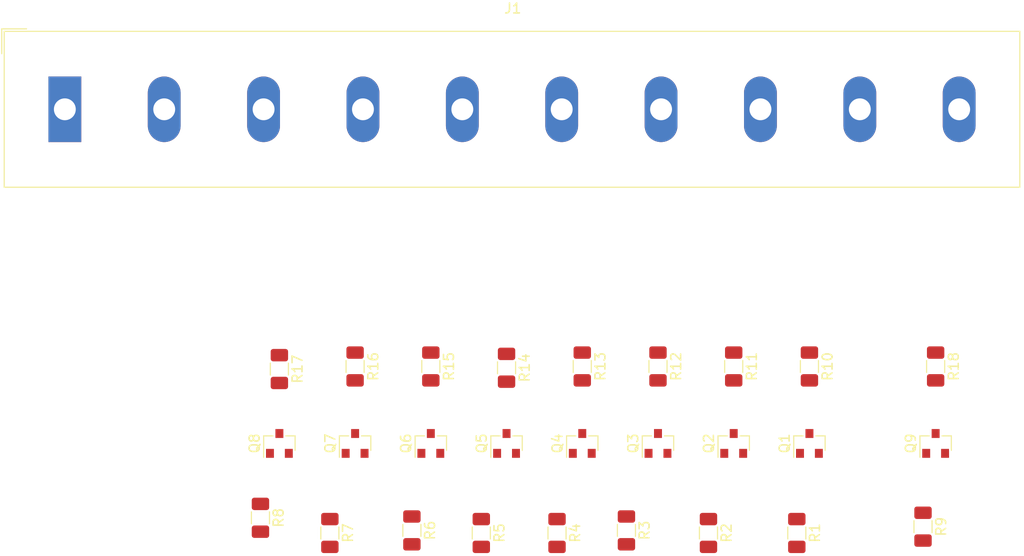
<source format=kicad_pcb>
(kicad_pcb (version 20171130) (host pcbnew 5.1.6-1.fc32)

  (general
    (thickness 1.6)
    (drawings 0)
    (tracks 0)
    (zones 0)
    (modules 28)
    (nets 39)
  )

  (page A4)
  (layers
    (0 F.Cu signal)
    (31 B.Cu signal)
    (32 B.Adhes user)
    (33 F.Adhes user)
    (34 B.Paste user)
    (35 F.Paste user)
    (36 B.SilkS user)
    (37 F.SilkS user)
    (38 B.Mask user)
    (39 F.Mask user)
    (40 Dwgs.User user)
    (41 Cmts.User user)
    (42 Eco1.User user)
    (43 Eco2.User user)
    (44 Edge.Cuts user)
    (45 Margin user)
    (46 B.CrtYd user)
    (47 F.CrtYd user)
    (48 B.Fab user)
    (49 F.Fab user)
  )

  (setup
    (last_trace_width 0.25)
    (trace_clearance 0.2)
    (zone_clearance 0.508)
    (zone_45_only no)
    (trace_min 0.2)
    (via_size 0.8)
    (via_drill 0.4)
    (via_min_size 0.4)
    (via_min_drill 0.3)
    (uvia_size 0.3)
    (uvia_drill 0.1)
    (uvias_allowed no)
    (uvia_min_size 0.2)
    (uvia_min_drill 0.1)
    (edge_width 0.05)
    (segment_width 0.2)
    (pcb_text_width 0.3)
    (pcb_text_size 1.5 1.5)
    (mod_edge_width 0.12)
    (mod_text_size 1 1)
    (mod_text_width 0.15)
    (pad_size 1.524 1.524)
    (pad_drill 0.762)
    (pad_to_mask_clearance 0.05)
    (aux_axis_origin 0 0)
    (visible_elements FFFFFF7F)
    (pcbplotparams
      (layerselection 0x010fc_ffffffff)
      (usegerberextensions false)
      (usegerberattributes true)
      (usegerberadvancedattributes true)
      (creategerberjobfile true)
      (excludeedgelayer true)
      (linewidth 0.100000)
      (plotframeref false)
      (viasonmask false)
      (mode 1)
      (useauxorigin false)
      (hpglpennumber 1)
      (hpglpenspeed 20)
      (hpglpendiameter 15.000000)
      (psnegative false)
      (psa4output false)
      (plotreference true)
      (plotvalue true)
      (plotinvisibletext false)
      (padsonsilk false)
      (subtractmaskfromsilk false)
      (outputformat 1)
      (mirror false)
      (drillshape 1)
      (scaleselection 1)
      (outputdirectory ""))
  )

  (net 0 "")
  (net 1 "Net-(J1-Pad10)")
  (net 2 "Net-(J1-Pad9)")
  (net 3 "Net-(J1-Pad8)")
  (net 4 "Net-(J1-Pad7)")
  (net 5 "Net-(J1-Pad6)")
  (net 6 "Net-(J1-Pad5)")
  (net 7 "Net-(J1-Pad4)")
  (net 8 "Net-(J1-Pad3)")
  (net 9 "Net-(J1-Pad2)")
  (net 10 "Net-(J1-Pad1)")
  (net 11 "Net-(Q1-Pad3)")
  (net 12 +12V)
  (net 13 "Net-(Q1-Pad1)")
  (net 14 "Net-(Q2-Pad3)")
  (net 15 "Net-(Q2-Pad1)")
  (net 16 "Net-(Q3-Pad3)")
  (net 17 "Net-(Q3-Pad1)")
  (net 18 "Net-(Q4-Pad3)")
  (net 19 "Net-(Q4-Pad1)")
  (net 20 "Net-(Q5-Pad3)")
  (net 21 "Net-(Q5-Pad1)")
  (net 22 "Net-(Q6-Pad3)")
  (net 23 "Net-(Q6-Pad1)")
  (net 24 "Net-(Q7-Pad3)")
  (net 25 "Net-(Q7-Pad1)")
  (net 26 "Net-(Q8-Pad3)")
  (net 27 "Net-(Q8-Pad1)")
  (net 28 "Net-(Q9-Pad3)")
  (net 29 "Net-(Q9-Pad1)")
  (net 30 "Net-(R1-Pad2)")
  (net 31 "Net-(R2-Pad2)")
  (net 32 "Net-(R3-Pad2)")
  (net 33 "Net-(R4-Pad2)")
  (net 34 "Net-(R5-Pad2)")
  (net 35 "Net-(R6-Pad2)")
  (net 36 "Net-(R7-Pad2)")
  (net 37 "Net-(R8-Pad2)")
  (net 38 "Net-(R9-Pad2)")

  (net_class Default "This is the default net class."
    (clearance 0.2)
    (trace_width 0.25)
    (via_dia 0.8)
    (via_drill 0.4)
    (uvia_dia 0.3)
    (uvia_drill 0.1)
    (add_net +12V)
    (add_net "Net-(J1-Pad1)")
    (add_net "Net-(J1-Pad10)")
    (add_net "Net-(J1-Pad2)")
    (add_net "Net-(J1-Pad3)")
    (add_net "Net-(J1-Pad4)")
    (add_net "Net-(J1-Pad5)")
    (add_net "Net-(J1-Pad6)")
    (add_net "Net-(J1-Pad7)")
    (add_net "Net-(J1-Pad8)")
    (add_net "Net-(J1-Pad9)")
    (add_net "Net-(Q1-Pad1)")
    (add_net "Net-(Q1-Pad3)")
    (add_net "Net-(Q2-Pad1)")
    (add_net "Net-(Q2-Pad3)")
    (add_net "Net-(Q3-Pad1)")
    (add_net "Net-(Q3-Pad3)")
    (add_net "Net-(Q4-Pad1)")
    (add_net "Net-(Q4-Pad3)")
    (add_net "Net-(Q5-Pad1)")
    (add_net "Net-(Q5-Pad3)")
    (add_net "Net-(Q6-Pad1)")
    (add_net "Net-(Q6-Pad3)")
    (add_net "Net-(Q7-Pad1)")
    (add_net "Net-(Q7-Pad3)")
    (add_net "Net-(Q8-Pad1)")
    (add_net "Net-(Q8-Pad3)")
    (add_net "Net-(Q9-Pad1)")
    (add_net "Net-(Q9-Pad3)")
    (add_net "Net-(R1-Pad2)")
    (add_net "Net-(R2-Pad2)")
    (add_net "Net-(R3-Pad2)")
    (add_net "Net-(R4-Pad2)")
    (add_net "Net-(R5-Pad2)")
    (add_net "Net-(R6-Pad2)")
    (add_net "Net-(R7-Pad2)")
    (add_net "Net-(R8-Pad2)")
    (add_net "Net-(R9-Pad2)")
  )

  (module Resistor_SMD:R_1206_3216Metric (layer F.Cu) (tedit 5B301BBD) (tstamp 5F40AD32)
    (at 190.5 55.115 270)
    (descr "Resistor SMD 1206 (3216 Metric), square (rectangular) end terminal, IPC_7351 nominal, (Body size source: http://www.tortai-tech.com/upload/download/2011102023233369053.pdf), generated with kicad-footprint-generator")
    (tags resistor)
    (path /5F46C1B4)
    (attr smd)
    (fp_text reference R18 (at 0 -1.82 90) (layer F.SilkS)
      (effects (font (size 1 1) (thickness 0.15)))
    )
    (fp_text value x (at 0 1.82 90) (layer F.Fab)
      (effects (font (size 1 1) (thickness 0.15)))
    )
    (fp_text user %R (at 0 0 90) (layer F.Fab)
      (effects (font (size 0.8 0.8) (thickness 0.12)))
    )
    (fp_line (start -1.6 0.8) (end -1.6 -0.8) (layer F.Fab) (width 0.1))
    (fp_line (start -1.6 -0.8) (end 1.6 -0.8) (layer F.Fab) (width 0.1))
    (fp_line (start 1.6 -0.8) (end 1.6 0.8) (layer F.Fab) (width 0.1))
    (fp_line (start 1.6 0.8) (end -1.6 0.8) (layer F.Fab) (width 0.1))
    (fp_line (start -0.602064 -0.91) (end 0.602064 -0.91) (layer F.SilkS) (width 0.12))
    (fp_line (start -0.602064 0.91) (end 0.602064 0.91) (layer F.SilkS) (width 0.12))
    (fp_line (start -2.28 1.12) (end -2.28 -1.12) (layer F.CrtYd) (width 0.05))
    (fp_line (start -2.28 -1.12) (end 2.28 -1.12) (layer F.CrtYd) (width 0.05))
    (fp_line (start 2.28 -1.12) (end 2.28 1.12) (layer F.CrtYd) (width 0.05))
    (fp_line (start 2.28 1.12) (end -2.28 1.12) (layer F.CrtYd) (width 0.05))
    (pad 2 smd roundrect (at 1.4 0 270) (size 1.25 1.75) (layers F.Cu F.Paste F.Mask) (roundrect_rratio 0.2)
      (net 28 "Net-(Q9-Pad3)"))
    (pad 1 smd roundrect (at -1.4 0 270) (size 1.25 1.75) (layers F.Cu F.Paste F.Mask) (roundrect_rratio 0.2)
      (net 2 "Net-(J1-Pad9)"))
    (model ${KISYS3DMOD}/Resistor_SMD.3dshapes/R_1206_3216Metric.wrl
      (at (xyz 0 0 0))
      (scale (xyz 1 1 1))
      (rotate (xyz 0 0 0))
    )
  )

  (module Resistor_SMD:R_1206_3216Metric (layer F.Cu) (tedit 5B301BBD) (tstamp 5F407BF5)
    (at 124.46 55.375 270)
    (descr "Resistor SMD 1206 (3216 Metric), square (rectangular) end terminal, IPC_7351 nominal, (Body size source: http://www.tortai-tech.com/upload/download/2011102023233369053.pdf), generated with kicad-footprint-generator")
    (tags resistor)
    (path /5F46817E)
    (attr smd)
    (fp_text reference R17 (at 0 -1.82 90) (layer F.SilkS)
      (effects (font (size 1 1) (thickness 0.15)))
    )
    (fp_text value x (at 0 1.82 90) (layer F.Fab)
      (effects (font (size 1 1) (thickness 0.15)))
    )
    (fp_text user %R (at 0 0 90) (layer F.Fab)
      (effects (font (size 0.8 0.8) (thickness 0.12)))
    )
    (fp_line (start -1.6 0.8) (end -1.6 -0.8) (layer F.Fab) (width 0.1))
    (fp_line (start -1.6 -0.8) (end 1.6 -0.8) (layer F.Fab) (width 0.1))
    (fp_line (start 1.6 -0.8) (end 1.6 0.8) (layer F.Fab) (width 0.1))
    (fp_line (start 1.6 0.8) (end -1.6 0.8) (layer F.Fab) (width 0.1))
    (fp_line (start -0.602064 -0.91) (end 0.602064 -0.91) (layer F.SilkS) (width 0.12))
    (fp_line (start -0.602064 0.91) (end 0.602064 0.91) (layer F.SilkS) (width 0.12))
    (fp_line (start -2.28 1.12) (end -2.28 -1.12) (layer F.CrtYd) (width 0.05))
    (fp_line (start -2.28 -1.12) (end 2.28 -1.12) (layer F.CrtYd) (width 0.05))
    (fp_line (start 2.28 -1.12) (end 2.28 1.12) (layer F.CrtYd) (width 0.05))
    (fp_line (start 2.28 1.12) (end -2.28 1.12) (layer F.CrtYd) (width 0.05))
    (pad 2 smd roundrect (at 1.4 0 270) (size 1.25 1.75) (layers F.Cu F.Paste F.Mask) (roundrect_rratio 0.2)
      (net 26 "Net-(Q8-Pad3)"))
    (pad 1 smd roundrect (at -1.4 0 270) (size 1.25 1.75) (layers F.Cu F.Paste F.Mask) (roundrect_rratio 0.2)
      (net 3 "Net-(J1-Pad8)"))
    (model ${KISYS3DMOD}/Resistor_SMD.3dshapes/R_1206_3216Metric.wrl
      (at (xyz 0 0 0))
      (scale (xyz 1 1 1))
      (rotate (xyz 0 0 0))
    )
  )

  (module Resistor_SMD:R_1206_3216Metric (layer F.Cu) (tedit 5B301BBD) (tstamp 5F40923C)
    (at 132.08 55.115 270)
    (descr "Resistor SMD 1206 (3216 Metric), square (rectangular) end terminal, IPC_7351 nominal, (Body size source: http://www.tortai-tech.com/upload/download/2011102023233369053.pdf), generated with kicad-footprint-generator")
    (tags resistor)
    (path /5F460D91)
    (attr smd)
    (fp_text reference R16 (at 0 -1.82 90) (layer F.SilkS)
      (effects (font (size 1 1) (thickness 0.15)))
    )
    (fp_text value x (at 0 1.82 90) (layer F.Fab)
      (effects (font (size 1 1) (thickness 0.15)))
    )
    (fp_text user %R (at 0 0 90) (layer F.Fab)
      (effects (font (size 0.8 0.8) (thickness 0.12)))
    )
    (fp_line (start -1.6 0.8) (end -1.6 -0.8) (layer F.Fab) (width 0.1))
    (fp_line (start -1.6 -0.8) (end 1.6 -0.8) (layer F.Fab) (width 0.1))
    (fp_line (start 1.6 -0.8) (end 1.6 0.8) (layer F.Fab) (width 0.1))
    (fp_line (start 1.6 0.8) (end -1.6 0.8) (layer F.Fab) (width 0.1))
    (fp_line (start -0.602064 -0.91) (end 0.602064 -0.91) (layer F.SilkS) (width 0.12))
    (fp_line (start -0.602064 0.91) (end 0.602064 0.91) (layer F.SilkS) (width 0.12))
    (fp_line (start -2.28 1.12) (end -2.28 -1.12) (layer F.CrtYd) (width 0.05))
    (fp_line (start -2.28 -1.12) (end 2.28 -1.12) (layer F.CrtYd) (width 0.05))
    (fp_line (start 2.28 -1.12) (end 2.28 1.12) (layer F.CrtYd) (width 0.05))
    (fp_line (start 2.28 1.12) (end -2.28 1.12) (layer F.CrtYd) (width 0.05))
    (pad 2 smd roundrect (at 1.4 0 270) (size 1.25 1.75) (layers F.Cu F.Paste F.Mask) (roundrect_rratio 0.2)
      (net 24 "Net-(Q7-Pad3)"))
    (pad 1 smd roundrect (at -1.4 0 270) (size 1.25 1.75) (layers F.Cu F.Paste F.Mask) (roundrect_rratio 0.2)
      (net 4 "Net-(J1-Pad7)"))
    (model ${KISYS3DMOD}/Resistor_SMD.3dshapes/R_1206_3216Metric.wrl
      (at (xyz 0 0 0))
      (scale (xyz 1 1 1))
      (rotate (xyz 0 0 0))
    )
  )

  (module Resistor_SMD:R_1206_3216Metric (layer F.Cu) (tedit 5B301BBD) (tstamp 5F407BD3)
    (at 139.7 55.115 270)
    (descr "Resistor SMD 1206 (3216 Metric), square (rectangular) end terminal, IPC_7351 nominal, (Body size source: http://www.tortai-tech.com/upload/download/2011102023233369053.pdf), generated with kicad-footprint-generator")
    (tags resistor)
    (path /5F4605D0)
    (attr smd)
    (fp_text reference R15 (at 0 -1.82 90) (layer F.SilkS)
      (effects (font (size 1 1) (thickness 0.15)))
    )
    (fp_text value x (at 0 1.82 90) (layer F.Fab)
      (effects (font (size 1 1) (thickness 0.15)))
    )
    (fp_text user %R (at 0 0 90) (layer F.Fab)
      (effects (font (size 0.8 0.8) (thickness 0.12)))
    )
    (fp_line (start -1.6 0.8) (end -1.6 -0.8) (layer F.Fab) (width 0.1))
    (fp_line (start -1.6 -0.8) (end 1.6 -0.8) (layer F.Fab) (width 0.1))
    (fp_line (start 1.6 -0.8) (end 1.6 0.8) (layer F.Fab) (width 0.1))
    (fp_line (start 1.6 0.8) (end -1.6 0.8) (layer F.Fab) (width 0.1))
    (fp_line (start -0.602064 -0.91) (end 0.602064 -0.91) (layer F.SilkS) (width 0.12))
    (fp_line (start -0.602064 0.91) (end 0.602064 0.91) (layer F.SilkS) (width 0.12))
    (fp_line (start -2.28 1.12) (end -2.28 -1.12) (layer F.CrtYd) (width 0.05))
    (fp_line (start -2.28 -1.12) (end 2.28 -1.12) (layer F.CrtYd) (width 0.05))
    (fp_line (start 2.28 -1.12) (end 2.28 1.12) (layer F.CrtYd) (width 0.05))
    (fp_line (start 2.28 1.12) (end -2.28 1.12) (layer F.CrtYd) (width 0.05))
    (pad 2 smd roundrect (at 1.4 0 270) (size 1.25 1.75) (layers F.Cu F.Paste F.Mask) (roundrect_rratio 0.2)
      (net 22 "Net-(Q6-Pad3)"))
    (pad 1 smd roundrect (at -1.4 0 270) (size 1.25 1.75) (layers F.Cu F.Paste F.Mask) (roundrect_rratio 0.2)
      (net 5 "Net-(J1-Pad6)"))
    (model ${KISYS3DMOD}/Resistor_SMD.3dshapes/R_1206_3216Metric.wrl
      (at (xyz 0 0 0))
      (scale (xyz 1 1 1))
      (rotate (xyz 0 0 0))
    )
  )

  (module Resistor_SMD:R_1206_3216Metric (layer F.Cu) (tedit 5B301BBD) (tstamp 5F407BC2)
    (at 147.32 55.245 270)
    (descr "Resistor SMD 1206 (3216 Metric), square (rectangular) end terminal, IPC_7351 nominal, (Body size source: http://www.tortai-tech.com/upload/download/2011102023233369053.pdf), generated with kicad-footprint-generator")
    (tags resistor)
    (path /5F45C000)
    (attr smd)
    (fp_text reference R14 (at 0 -1.82 90) (layer F.SilkS)
      (effects (font (size 1 1) (thickness 0.15)))
    )
    (fp_text value x (at 0 1.82 90) (layer F.Fab)
      (effects (font (size 1 1) (thickness 0.15)))
    )
    (fp_text user %R (at 0 0 90) (layer F.Fab)
      (effects (font (size 0.8 0.8) (thickness 0.12)))
    )
    (fp_line (start -1.6 0.8) (end -1.6 -0.8) (layer F.Fab) (width 0.1))
    (fp_line (start -1.6 -0.8) (end 1.6 -0.8) (layer F.Fab) (width 0.1))
    (fp_line (start 1.6 -0.8) (end 1.6 0.8) (layer F.Fab) (width 0.1))
    (fp_line (start 1.6 0.8) (end -1.6 0.8) (layer F.Fab) (width 0.1))
    (fp_line (start -0.602064 -0.91) (end 0.602064 -0.91) (layer F.SilkS) (width 0.12))
    (fp_line (start -0.602064 0.91) (end 0.602064 0.91) (layer F.SilkS) (width 0.12))
    (fp_line (start -2.28 1.12) (end -2.28 -1.12) (layer F.CrtYd) (width 0.05))
    (fp_line (start -2.28 -1.12) (end 2.28 -1.12) (layer F.CrtYd) (width 0.05))
    (fp_line (start 2.28 -1.12) (end 2.28 1.12) (layer F.CrtYd) (width 0.05))
    (fp_line (start 2.28 1.12) (end -2.28 1.12) (layer F.CrtYd) (width 0.05))
    (pad 2 smd roundrect (at 1.4 0 270) (size 1.25 1.75) (layers F.Cu F.Paste F.Mask) (roundrect_rratio 0.2)
      (net 20 "Net-(Q5-Pad3)"))
    (pad 1 smd roundrect (at -1.4 0 270) (size 1.25 1.75) (layers F.Cu F.Paste F.Mask) (roundrect_rratio 0.2)
      (net 6 "Net-(J1-Pad5)"))
    (model ${KISYS3DMOD}/Resistor_SMD.3dshapes/R_1206_3216Metric.wrl
      (at (xyz 0 0 0))
      (scale (xyz 1 1 1))
      (rotate (xyz 0 0 0))
    )
  )

  (module Resistor_SMD:R_1206_3216Metric (layer F.Cu) (tedit 5B301BBD) (tstamp 5F407BB1)
    (at 154.94 55.115 270)
    (descr "Resistor SMD 1206 (3216 Metric), square (rectangular) end terminal, IPC_7351 nominal, (Body size source: http://www.tortai-tech.com/upload/download/2011102023233369053.pdf), generated with kicad-footprint-generator")
    (tags resistor)
    (path /5F45BA37)
    (attr smd)
    (fp_text reference R13 (at 0 -1.82 90) (layer F.SilkS)
      (effects (font (size 1 1) (thickness 0.15)))
    )
    (fp_text value x (at 0 1.82 90) (layer F.Fab)
      (effects (font (size 1 1) (thickness 0.15)))
    )
    (fp_text user %R (at 0 0 90) (layer F.Fab)
      (effects (font (size 0.8 0.8) (thickness 0.12)))
    )
    (fp_line (start -1.6 0.8) (end -1.6 -0.8) (layer F.Fab) (width 0.1))
    (fp_line (start -1.6 -0.8) (end 1.6 -0.8) (layer F.Fab) (width 0.1))
    (fp_line (start 1.6 -0.8) (end 1.6 0.8) (layer F.Fab) (width 0.1))
    (fp_line (start 1.6 0.8) (end -1.6 0.8) (layer F.Fab) (width 0.1))
    (fp_line (start -0.602064 -0.91) (end 0.602064 -0.91) (layer F.SilkS) (width 0.12))
    (fp_line (start -0.602064 0.91) (end 0.602064 0.91) (layer F.SilkS) (width 0.12))
    (fp_line (start -2.28 1.12) (end -2.28 -1.12) (layer F.CrtYd) (width 0.05))
    (fp_line (start -2.28 -1.12) (end 2.28 -1.12) (layer F.CrtYd) (width 0.05))
    (fp_line (start 2.28 -1.12) (end 2.28 1.12) (layer F.CrtYd) (width 0.05))
    (fp_line (start 2.28 1.12) (end -2.28 1.12) (layer F.CrtYd) (width 0.05))
    (pad 2 smd roundrect (at 1.4 0 270) (size 1.25 1.75) (layers F.Cu F.Paste F.Mask) (roundrect_rratio 0.2)
      (net 18 "Net-(Q4-Pad3)"))
    (pad 1 smd roundrect (at -1.4 0 270) (size 1.25 1.75) (layers F.Cu F.Paste F.Mask) (roundrect_rratio 0.2)
      (net 7 "Net-(J1-Pad4)"))
    (model ${KISYS3DMOD}/Resistor_SMD.3dshapes/R_1206_3216Metric.wrl
      (at (xyz 0 0 0))
      (scale (xyz 1 1 1))
      (rotate (xyz 0 0 0))
    )
  )

  (module Resistor_SMD:R_1206_3216Metric (layer F.Cu) (tedit 5B301BBD) (tstamp 5F407BA0)
    (at 162.56 55.115 270)
    (descr "Resistor SMD 1206 (3216 Metric), square (rectangular) end terminal, IPC_7351 nominal, (Body size source: http://www.tortai-tech.com/upload/download/2011102023233369053.pdf), generated with kicad-footprint-generator")
    (tags resistor)
    (path /5F44C00A)
    (attr smd)
    (fp_text reference R12 (at 0 -1.82 90) (layer F.SilkS)
      (effects (font (size 1 1) (thickness 0.15)))
    )
    (fp_text value x (at 0 1.82 90) (layer F.Fab)
      (effects (font (size 1 1) (thickness 0.15)))
    )
    (fp_text user %R (at 0 0 90) (layer F.Fab)
      (effects (font (size 0.8 0.8) (thickness 0.12)))
    )
    (fp_line (start -1.6 0.8) (end -1.6 -0.8) (layer F.Fab) (width 0.1))
    (fp_line (start -1.6 -0.8) (end 1.6 -0.8) (layer F.Fab) (width 0.1))
    (fp_line (start 1.6 -0.8) (end 1.6 0.8) (layer F.Fab) (width 0.1))
    (fp_line (start 1.6 0.8) (end -1.6 0.8) (layer F.Fab) (width 0.1))
    (fp_line (start -0.602064 -0.91) (end 0.602064 -0.91) (layer F.SilkS) (width 0.12))
    (fp_line (start -0.602064 0.91) (end 0.602064 0.91) (layer F.SilkS) (width 0.12))
    (fp_line (start -2.28 1.12) (end -2.28 -1.12) (layer F.CrtYd) (width 0.05))
    (fp_line (start -2.28 -1.12) (end 2.28 -1.12) (layer F.CrtYd) (width 0.05))
    (fp_line (start 2.28 -1.12) (end 2.28 1.12) (layer F.CrtYd) (width 0.05))
    (fp_line (start 2.28 1.12) (end -2.28 1.12) (layer F.CrtYd) (width 0.05))
    (pad 2 smd roundrect (at 1.4 0 270) (size 1.25 1.75) (layers F.Cu F.Paste F.Mask) (roundrect_rratio 0.2)
      (net 16 "Net-(Q3-Pad3)"))
    (pad 1 smd roundrect (at -1.4 0 270) (size 1.25 1.75) (layers F.Cu F.Paste F.Mask) (roundrect_rratio 0.2)
      (net 8 "Net-(J1-Pad3)"))
    (model ${KISYS3DMOD}/Resistor_SMD.3dshapes/R_1206_3216Metric.wrl
      (at (xyz 0 0 0))
      (scale (xyz 1 1 1))
      (rotate (xyz 0 0 0))
    )
  )

  (module Resistor_SMD:R_1206_3216Metric (layer F.Cu) (tedit 5B301BBD) (tstamp 5F407B8F)
    (at 170.18 55.115 270)
    (descr "Resistor SMD 1206 (3216 Metric), square (rectangular) end terminal, IPC_7351 nominal, (Body size source: http://www.tortai-tech.com/upload/download/2011102023233369053.pdf), generated with kicad-footprint-generator")
    (tags resistor)
    (path /5F448E46)
    (attr smd)
    (fp_text reference R11 (at 0 -1.82 90) (layer F.SilkS)
      (effects (font (size 1 1) (thickness 0.15)))
    )
    (fp_text value x (at 0 1.82 90) (layer F.Fab)
      (effects (font (size 1 1) (thickness 0.15)))
    )
    (fp_text user %R (at 0 0 90) (layer F.Fab)
      (effects (font (size 0.8 0.8) (thickness 0.12)))
    )
    (fp_line (start -1.6 0.8) (end -1.6 -0.8) (layer F.Fab) (width 0.1))
    (fp_line (start -1.6 -0.8) (end 1.6 -0.8) (layer F.Fab) (width 0.1))
    (fp_line (start 1.6 -0.8) (end 1.6 0.8) (layer F.Fab) (width 0.1))
    (fp_line (start 1.6 0.8) (end -1.6 0.8) (layer F.Fab) (width 0.1))
    (fp_line (start -0.602064 -0.91) (end 0.602064 -0.91) (layer F.SilkS) (width 0.12))
    (fp_line (start -0.602064 0.91) (end 0.602064 0.91) (layer F.SilkS) (width 0.12))
    (fp_line (start -2.28 1.12) (end -2.28 -1.12) (layer F.CrtYd) (width 0.05))
    (fp_line (start -2.28 -1.12) (end 2.28 -1.12) (layer F.CrtYd) (width 0.05))
    (fp_line (start 2.28 -1.12) (end 2.28 1.12) (layer F.CrtYd) (width 0.05))
    (fp_line (start 2.28 1.12) (end -2.28 1.12) (layer F.CrtYd) (width 0.05))
    (pad 2 smd roundrect (at 1.4 0 270) (size 1.25 1.75) (layers F.Cu F.Paste F.Mask) (roundrect_rratio 0.2)
      (net 14 "Net-(Q2-Pad3)"))
    (pad 1 smd roundrect (at -1.4 0 270) (size 1.25 1.75) (layers F.Cu F.Paste F.Mask) (roundrect_rratio 0.2)
      (net 9 "Net-(J1-Pad2)"))
    (model ${KISYS3DMOD}/Resistor_SMD.3dshapes/R_1206_3216Metric.wrl
      (at (xyz 0 0 0))
      (scale (xyz 1 1 1))
      (rotate (xyz 0 0 0))
    )
  )

  (module Resistor_SMD:R_1206_3216Metric (layer F.Cu) (tedit 5B301BBD) (tstamp 5F408D28)
    (at 177.8 55.115 270)
    (descr "Resistor SMD 1206 (3216 Metric), square (rectangular) end terminal, IPC_7351 nominal, (Body size source: http://www.tortai-tech.com/upload/download/2011102023233369053.pdf), generated with kicad-footprint-generator")
    (tags resistor)
    (path /5F44751B)
    (attr smd)
    (fp_text reference R10 (at 0 -1.82 90) (layer F.SilkS)
      (effects (font (size 1 1) (thickness 0.15)))
    )
    (fp_text value x (at 0 1.82 90) (layer F.Fab)
      (effects (font (size 1 1) (thickness 0.15)))
    )
    (fp_text user %R (at 0 0 90) (layer F.Fab)
      (effects (font (size 0.8 0.8) (thickness 0.12)))
    )
    (fp_line (start -1.6 0.8) (end -1.6 -0.8) (layer F.Fab) (width 0.1))
    (fp_line (start -1.6 -0.8) (end 1.6 -0.8) (layer F.Fab) (width 0.1))
    (fp_line (start 1.6 -0.8) (end 1.6 0.8) (layer F.Fab) (width 0.1))
    (fp_line (start 1.6 0.8) (end -1.6 0.8) (layer F.Fab) (width 0.1))
    (fp_line (start -0.602064 -0.91) (end 0.602064 -0.91) (layer F.SilkS) (width 0.12))
    (fp_line (start -0.602064 0.91) (end 0.602064 0.91) (layer F.SilkS) (width 0.12))
    (fp_line (start -2.28 1.12) (end -2.28 -1.12) (layer F.CrtYd) (width 0.05))
    (fp_line (start -2.28 -1.12) (end 2.28 -1.12) (layer F.CrtYd) (width 0.05))
    (fp_line (start 2.28 -1.12) (end 2.28 1.12) (layer F.CrtYd) (width 0.05))
    (fp_line (start 2.28 1.12) (end -2.28 1.12) (layer F.CrtYd) (width 0.05))
    (pad 2 smd roundrect (at 1.4 0 270) (size 1.25 1.75) (layers F.Cu F.Paste F.Mask) (roundrect_rratio 0.2)
      (net 11 "Net-(Q1-Pad3)"))
    (pad 1 smd roundrect (at -1.4 0 270) (size 1.25 1.75) (layers F.Cu F.Paste F.Mask) (roundrect_rratio 0.2)
      (net 10 "Net-(J1-Pad1)"))
    (model ${KISYS3DMOD}/Resistor_SMD.3dshapes/R_1206_3216Metric.wrl
      (at (xyz 0 0 0))
      (scale (xyz 1 1 1))
      (rotate (xyz 0 0 0))
    )
  )

  (module Resistor_SMD:R_1206_3216Metric (layer F.Cu) (tedit 5B301BBD) (tstamp 5F40AD9E)
    (at 189.23 71.25 270)
    (descr "Resistor SMD 1206 (3216 Metric), square (rectangular) end terminal, IPC_7351 nominal, (Body size source: http://www.tortai-tech.com/upload/download/2011102023233369053.pdf), generated with kicad-footprint-generator")
    (tags resistor)
    (path /5F422D02)
    (attr smd)
    (fp_text reference R9 (at 0 -1.82 90) (layer F.SilkS)
      (effects (font (size 1 1) (thickness 0.15)))
    )
    (fp_text value 10k (at 0 1.82 90) (layer F.Fab)
      (effects (font (size 1 1) (thickness 0.15)))
    )
    (fp_text user %R (at 0 0 90) (layer F.Fab)
      (effects (font (size 0.8 0.8) (thickness 0.12)))
    )
    (fp_line (start -1.6 0.8) (end -1.6 -0.8) (layer F.Fab) (width 0.1))
    (fp_line (start -1.6 -0.8) (end 1.6 -0.8) (layer F.Fab) (width 0.1))
    (fp_line (start 1.6 -0.8) (end 1.6 0.8) (layer F.Fab) (width 0.1))
    (fp_line (start 1.6 0.8) (end -1.6 0.8) (layer F.Fab) (width 0.1))
    (fp_line (start -0.602064 -0.91) (end 0.602064 -0.91) (layer F.SilkS) (width 0.12))
    (fp_line (start -0.602064 0.91) (end 0.602064 0.91) (layer F.SilkS) (width 0.12))
    (fp_line (start -2.28 1.12) (end -2.28 -1.12) (layer F.CrtYd) (width 0.05))
    (fp_line (start -2.28 -1.12) (end 2.28 -1.12) (layer F.CrtYd) (width 0.05))
    (fp_line (start 2.28 -1.12) (end 2.28 1.12) (layer F.CrtYd) (width 0.05))
    (fp_line (start 2.28 1.12) (end -2.28 1.12) (layer F.CrtYd) (width 0.05))
    (pad 2 smd roundrect (at 1.4 0 270) (size 1.25 1.75) (layers F.Cu F.Paste F.Mask) (roundrect_rratio 0.2)
      (net 38 "Net-(R9-Pad2)"))
    (pad 1 smd roundrect (at -1.4 0 270) (size 1.25 1.75) (layers F.Cu F.Paste F.Mask) (roundrect_rratio 0.2)
      (net 29 "Net-(Q9-Pad1)"))
    (model ${KISYS3DMOD}/Resistor_SMD.3dshapes/R_1206_3216Metric.wrl
      (at (xyz 0 0 0))
      (scale (xyz 1 1 1))
      (rotate (xyz 0 0 0))
    )
  )

  (module Resistor_SMD:R_1206_3216Metric (layer F.Cu) (tedit 5B301BBD) (tstamp 5F407B5C)
    (at 122.555 70.355 270)
    (descr "Resistor SMD 1206 (3216 Metric), square (rectangular) end terminal, IPC_7351 nominal, (Body size source: http://www.tortai-tech.com/upload/download/2011102023233369053.pdf), generated with kicad-footprint-generator")
    (tags resistor)
    (path /5F421E78)
    (attr smd)
    (fp_text reference R8 (at 0 -1.82 90) (layer F.SilkS)
      (effects (font (size 1 1) (thickness 0.15)))
    )
    (fp_text value 10k (at 0 1.82 90) (layer F.Fab)
      (effects (font (size 1 1) (thickness 0.15)))
    )
    (fp_text user %R (at 0 0 90) (layer F.Fab)
      (effects (font (size 0.8 0.8) (thickness 0.12)))
    )
    (fp_line (start -1.6 0.8) (end -1.6 -0.8) (layer F.Fab) (width 0.1))
    (fp_line (start -1.6 -0.8) (end 1.6 -0.8) (layer F.Fab) (width 0.1))
    (fp_line (start 1.6 -0.8) (end 1.6 0.8) (layer F.Fab) (width 0.1))
    (fp_line (start 1.6 0.8) (end -1.6 0.8) (layer F.Fab) (width 0.1))
    (fp_line (start -0.602064 -0.91) (end 0.602064 -0.91) (layer F.SilkS) (width 0.12))
    (fp_line (start -0.602064 0.91) (end 0.602064 0.91) (layer F.SilkS) (width 0.12))
    (fp_line (start -2.28 1.12) (end -2.28 -1.12) (layer F.CrtYd) (width 0.05))
    (fp_line (start -2.28 -1.12) (end 2.28 -1.12) (layer F.CrtYd) (width 0.05))
    (fp_line (start 2.28 -1.12) (end 2.28 1.12) (layer F.CrtYd) (width 0.05))
    (fp_line (start 2.28 1.12) (end -2.28 1.12) (layer F.CrtYd) (width 0.05))
    (pad 2 smd roundrect (at 1.4 0 270) (size 1.25 1.75) (layers F.Cu F.Paste F.Mask) (roundrect_rratio 0.2)
      (net 37 "Net-(R8-Pad2)"))
    (pad 1 smd roundrect (at -1.4 0 270) (size 1.25 1.75) (layers F.Cu F.Paste F.Mask) (roundrect_rratio 0.2)
      (net 27 "Net-(Q8-Pad1)"))
    (model ${KISYS3DMOD}/Resistor_SMD.3dshapes/R_1206_3216Metric.wrl
      (at (xyz 0 0 0))
      (scale (xyz 1 1 1))
      (rotate (xyz 0 0 0))
    )
  )

  (module Resistor_SMD:R_1206_3216Metric (layer F.Cu) (tedit 5B301BBD) (tstamp 5F407B4B)
    (at 129.54 71.885 270)
    (descr "Resistor SMD 1206 (3216 Metric), square (rectangular) end terminal, IPC_7351 nominal, (Body size source: http://www.tortai-tech.com/upload/download/2011102023233369053.pdf), generated with kicad-footprint-generator")
    (tags resistor)
    (path /5F4218E0)
    (attr smd)
    (fp_text reference R7 (at 0 -1.82 90) (layer F.SilkS)
      (effects (font (size 1 1) (thickness 0.15)))
    )
    (fp_text value 10k (at 0 1.82 90) (layer F.Fab)
      (effects (font (size 1 1) (thickness 0.15)))
    )
    (fp_text user %R (at 0 0 90) (layer F.Fab)
      (effects (font (size 0.8 0.8) (thickness 0.12)))
    )
    (fp_line (start -1.6 0.8) (end -1.6 -0.8) (layer F.Fab) (width 0.1))
    (fp_line (start -1.6 -0.8) (end 1.6 -0.8) (layer F.Fab) (width 0.1))
    (fp_line (start 1.6 -0.8) (end 1.6 0.8) (layer F.Fab) (width 0.1))
    (fp_line (start 1.6 0.8) (end -1.6 0.8) (layer F.Fab) (width 0.1))
    (fp_line (start -0.602064 -0.91) (end 0.602064 -0.91) (layer F.SilkS) (width 0.12))
    (fp_line (start -0.602064 0.91) (end 0.602064 0.91) (layer F.SilkS) (width 0.12))
    (fp_line (start -2.28 1.12) (end -2.28 -1.12) (layer F.CrtYd) (width 0.05))
    (fp_line (start -2.28 -1.12) (end 2.28 -1.12) (layer F.CrtYd) (width 0.05))
    (fp_line (start 2.28 -1.12) (end 2.28 1.12) (layer F.CrtYd) (width 0.05))
    (fp_line (start 2.28 1.12) (end -2.28 1.12) (layer F.CrtYd) (width 0.05))
    (pad 2 smd roundrect (at 1.4 0 270) (size 1.25 1.75) (layers F.Cu F.Paste F.Mask) (roundrect_rratio 0.2)
      (net 36 "Net-(R7-Pad2)"))
    (pad 1 smd roundrect (at -1.4 0 270) (size 1.25 1.75) (layers F.Cu F.Paste F.Mask) (roundrect_rratio 0.2)
      (net 25 "Net-(Q7-Pad1)"))
    (model ${KISYS3DMOD}/Resistor_SMD.3dshapes/R_1206_3216Metric.wrl
      (at (xyz 0 0 0))
      (scale (xyz 1 1 1))
      (rotate (xyz 0 0 0))
    )
  )

  (module Resistor_SMD:R_1206_3216Metric (layer F.Cu) (tedit 5B301BBD) (tstamp 5F409391)
    (at 137.795 71.625 270)
    (descr "Resistor SMD 1206 (3216 Metric), square (rectangular) end terminal, IPC_7351 nominal, (Body size source: http://www.tortai-tech.com/upload/download/2011102023233369053.pdf), generated with kicad-footprint-generator")
    (tags resistor)
    (path /5F4213C7)
    (attr smd)
    (fp_text reference R6 (at 0 -1.82 90) (layer F.SilkS)
      (effects (font (size 1 1) (thickness 0.15)))
    )
    (fp_text value 10k (at 0 1.82 90) (layer F.Fab)
      (effects (font (size 1 1) (thickness 0.15)))
    )
    (fp_text user %R (at 0 0 90) (layer F.Fab)
      (effects (font (size 0.8 0.8) (thickness 0.12)))
    )
    (fp_line (start -1.6 0.8) (end -1.6 -0.8) (layer F.Fab) (width 0.1))
    (fp_line (start -1.6 -0.8) (end 1.6 -0.8) (layer F.Fab) (width 0.1))
    (fp_line (start 1.6 -0.8) (end 1.6 0.8) (layer F.Fab) (width 0.1))
    (fp_line (start 1.6 0.8) (end -1.6 0.8) (layer F.Fab) (width 0.1))
    (fp_line (start -0.602064 -0.91) (end 0.602064 -0.91) (layer F.SilkS) (width 0.12))
    (fp_line (start -0.602064 0.91) (end 0.602064 0.91) (layer F.SilkS) (width 0.12))
    (fp_line (start -2.28 1.12) (end -2.28 -1.12) (layer F.CrtYd) (width 0.05))
    (fp_line (start -2.28 -1.12) (end 2.28 -1.12) (layer F.CrtYd) (width 0.05))
    (fp_line (start 2.28 -1.12) (end 2.28 1.12) (layer F.CrtYd) (width 0.05))
    (fp_line (start 2.28 1.12) (end -2.28 1.12) (layer F.CrtYd) (width 0.05))
    (pad 2 smd roundrect (at 1.4 0 270) (size 1.25 1.75) (layers F.Cu F.Paste F.Mask) (roundrect_rratio 0.2)
      (net 35 "Net-(R6-Pad2)"))
    (pad 1 smd roundrect (at -1.4 0 270) (size 1.25 1.75) (layers F.Cu F.Paste F.Mask) (roundrect_rratio 0.2)
      (net 23 "Net-(Q6-Pad1)"))
    (model ${KISYS3DMOD}/Resistor_SMD.3dshapes/R_1206_3216Metric.wrl
      (at (xyz 0 0 0))
      (scale (xyz 1 1 1))
      (rotate (xyz 0 0 0))
    )
  )

  (module Resistor_SMD:R_1206_3216Metric (layer F.Cu) (tedit 5B301BBD) (tstamp 5F407B29)
    (at 144.78 71.885 270)
    (descr "Resistor SMD 1206 (3216 Metric), square (rectangular) end terminal, IPC_7351 nominal, (Body size source: http://www.tortai-tech.com/upload/download/2011102023233369053.pdf), generated with kicad-footprint-generator")
    (tags resistor)
    (path /5F420E94)
    (attr smd)
    (fp_text reference R5 (at 0 -1.82 90) (layer F.SilkS)
      (effects (font (size 1 1) (thickness 0.15)))
    )
    (fp_text value 10k (at 0 1.82 90) (layer F.Fab)
      (effects (font (size 1 1) (thickness 0.15)))
    )
    (fp_text user %R (at 0 0 90) (layer F.Fab)
      (effects (font (size 0.8 0.8) (thickness 0.12)))
    )
    (fp_line (start -1.6 0.8) (end -1.6 -0.8) (layer F.Fab) (width 0.1))
    (fp_line (start -1.6 -0.8) (end 1.6 -0.8) (layer F.Fab) (width 0.1))
    (fp_line (start 1.6 -0.8) (end 1.6 0.8) (layer F.Fab) (width 0.1))
    (fp_line (start 1.6 0.8) (end -1.6 0.8) (layer F.Fab) (width 0.1))
    (fp_line (start -0.602064 -0.91) (end 0.602064 -0.91) (layer F.SilkS) (width 0.12))
    (fp_line (start -0.602064 0.91) (end 0.602064 0.91) (layer F.SilkS) (width 0.12))
    (fp_line (start -2.28 1.12) (end -2.28 -1.12) (layer F.CrtYd) (width 0.05))
    (fp_line (start -2.28 -1.12) (end 2.28 -1.12) (layer F.CrtYd) (width 0.05))
    (fp_line (start 2.28 -1.12) (end 2.28 1.12) (layer F.CrtYd) (width 0.05))
    (fp_line (start 2.28 1.12) (end -2.28 1.12) (layer F.CrtYd) (width 0.05))
    (pad 2 smd roundrect (at 1.4 0 270) (size 1.25 1.75) (layers F.Cu F.Paste F.Mask) (roundrect_rratio 0.2)
      (net 34 "Net-(R5-Pad2)"))
    (pad 1 smd roundrect (at -1.4 0 270) (size 1.25 1.75) (layers F.Cu F.Paste F.Mask) (roundrect_rratio 0.2)
      (net 21 "Net-(Q5-Pad1)"))
    (model ${KISYS3DMOD}/Resistor_SMD.3dshapes/R_1206_3216Metric.wrl
      (at (xyz 0 0 0))
      (scale (xyz 1 1 1))
      (rotate (xyz 0 0 0))
    )
  )

  (module Resistor_SMD:R_1206_3216Metric (layer F.Cu) (tedit 5B301BBD) (tstamp 5F407B18)
    (at 152.4 71.885 270)
    (descr "Resistor SMD 1206 (3216 Metric), square (rectangular) end terminal, IPC_7351 nominal, (Body size source: http://www.tortai-tech.com/upload/download/2011102023233369053.pdf), generated with kicad-footprint-generator")
    (tags resistor)
    (path /5F4209B2)
    (attr smd)
    (fp_text reference R4 (at 0 -1.82 90) (layer F.SilkS)
      (effects (font (size 1 1) (thickness 0.15)))
    )
    (fp_text value 10k (at 0 1.82 90) (layer F.Fab)
      (effects (font (size 1 1) (thickness 0.15)))
    )
    (fp_text user %R (at 0 0 90) (layer F.Fab)
      (effects (font (size 0.8 0.8) (thickness 0.12)))
    )
    (fp_line (start -1.6 0.8) (end -1.6 -0.8) (layer F.Fab) (width 0.1))
    (fp_line (start -1.6 -0.8) (end 1.6 -0.8) (layer F.Fab) (width 0.1))
    (fp_line (start 1.6 -0.8) (end 1.6 0.8) (layer F.Fab) (width 0.1))
    (fp_line (start 1.6 0.8) (end -1.6 0.8) (layer F.Fab) (width 0.1))
    (fp_line (start -0.602064 -0.91) (end 0.602064 -0.91) (layer F.SilkS) (width 0.12))
    (fp_line (start -0.602064 0.91) (end 0.602064 0.91) (layer F.SilkS) (width 0.12))
    (fp_line (start -2.28 1.12) (end -2.28 -1.12) (layer F.CrtYd) (width 0.05))
    (fp_line (start -2.28 -1.12) (end 2.28 -1.12) (layer F.CrtYd) (width 0.05))
    (fp_line (start 2.28 -1.12) (end 2.28 1.12) (layer F.CrtYd) (width 0.05))
    (fp_line (start 2.28 1.12) (end -2.28 1.12) (layer F.CrtYd) (width 0.05))
    (pad 2 smd roundrect (at 1.4 0 270) (size 1.25 1.75) (layers F.Cu F.Paste F.Mask) (roundrect_rratio 0.2)
      (net 33 "Net-(R4-Pad2)"))
    (pad 1 smd roundrect (at -1.4 0 270) (size 1.25 1.75) (layers F.Cu F.Paste F.Mask) (roundrect_rratio 0.2)
      (net 19 "Net-(Q4-Pad1)"))
    (model ${KISYS3DMOD}/Resistor_SMD.3dshapes/R_1206_3216Metric.wrl
      (at (xyz 0 0 0))
      (scale (xyz 1 1 1))
      (rotate (xyz 0 0 0))
    )
  )

  (module Resistor_SMD:R_1206_3216Metric (layer F.Cu) (tedit 5B301BBD) (tstamp 5F407B07)
    (at 159.385 71.625 270)
    (descr "Resistor SMD 1206 (3216 Metric), square (rectangular) end terminal, IPC_7351 nominal, (Body size source: http://www.tortai-tech.com/upload/download/2011102023233369053.pdf), generated with kicad-footprint-generator")
    (tags resistor)
    (path /5F420133)
    (attr smd)
    (fp_text reference R3 (at 0 -1.82 90) (layer F.SilkS)
      (effects (font (size 1 1) (thickness 0.15)))
    )
    (fp_text value 10k (at 0 1.82 90) (layer F.Fab)
      (effects (font (size 1 1) (thickness 0.15)))
    )
    (fp_text user %R (at 0 0 90) (layer F.Fab)
      (effects (font (size 0.8 0.8) (thickness 0.12)))
    )
    (fp_line (start -1.6 0.8) (end -1.6 -0.8) (layer F.Fab) (width 0.1))
    (fp_line (start -1.6 -0.8) (end 1.6 -0.8) (layer F.Fab) (width 0.1))
    (fp_line (start 1.6 -0.8) (end 1.6 0.8) (layer F.Fab) (width 0.1))
    (fp_line (start 1.6 0.8) (end -1.6 0.8) (layer F.Fab) (width 0.1))
    (fp_line (start -0.602064 -0.91) (end 0.602064 -0.91) (layer F.SilkS) (width 0.12))
    (fp_line (start -0.602064 0.91) (end 0.602064 0.91) (layer F.SilkS) (width 0.12))
    (fp_line (start -2.28 1.12) (end -2.28 -1.12) (layer F.CrtYd) (width 0.05))
    (fp_line (start -2.28 -1.12) (end 2.28 -1.12) (layer F.CrtYd) (width 0.05))
    (fp_line (start 2.28 -1.12) (end 2.28 1.12) (layer F.CrtYd) (width 0.05))
    (fp_line (start 2.28 1.12) (end -2.28 1.12) (layer F.CrtYd) (width 0.05))
    (pad 2 smd roundrect (at 1.4 0 270) (size 1.25 1.75) (layers F.Cu F.Paste F.Mask) (roundrect_rratio 0.2)
      (net 32 "Net-(R3-Pad2)"))
    (pad 1 smd roundrect (at -1.4 0 270) (size 1.25 1.75) (layers F.Cu F.Paste F.Mask) (roundrect_rratio 0.2)
      (net 17 "Net-(Q3-Pad1)"))
    (model ${KISYS3DMOD}/Resistor_SMD.3dshapes/R_1206_3216Metric.wrl
      (at (xyz 0 0 0))
      (scale (xyz 1 1 1))
      (rotate (xyz 0 0 0))
    )
  )

  (module Resistor_SMD:R_1206_3216Metric (layer F.Cu) (tedit 5B301BBD) (tstamp 5F407AF6)
    (at 167.64 71.885 270)
    (descr "Resistor SMD 1206 (3216 Metric), square (rectangular) end terminal, IPC_7351 nominal, (Body size source: http://www.tortai-tech.com/upload/download/2011102023233369053.pdf), generated with kicad-footprint-generator")
    (tags resistor)
    (path /5F41FC9C)
    (attr smd)
    (fp_text reference R2 (at 0 -1.82 90) (layer F.SilkS)
      (effects (font (size 1 1) (thickness 0.15)))
    )
    (fp_text value 10k (at 0 1.82 90) (layer F.Fab)
      (effects (font (size 1 1) (thickness 0.15)))
    )
    (fp_text user %R (at 0 0 90) (layer F.Fab)
      (effects (font (size 0.8 0.8) (thickness 0.12)))
    )
    (fp_line (start -1.6 0.8) (end -1.6 -0.8) (layer F.Fab) (width 0.1))
    (fp_line (start -1.6 -0.8) (end 1.6 -0.8) (layer F.Fab) (width 0.1))
    (fp_line (start 1.6 -0.8) (end 1.6 0.8) (layer F.Fab) (width 0.1))
    (fp_line (start 1.6 0.8) (end -1.6 0.8) (layer F.Fab) (width 0.1))
    (fp_line (start -0.602064 -0.91) (end 0.602064 -0.91) (layer F.SilkS) (width 0.12))
    (fp_line (start -0.602064 0.91) (end 0.602064 0.91) (layer F.SilkS) (width 0.12))
    (fp_line (start -2.28 1.12) (end -2.28 -1.12) (layer F.CrtYd) (width 0.05))
    (fp_line (start -2.28 -1.12) (end 2.28 -1.12) (layer F.CrtYd) (width 0.05))
    (fp_line (start 2.28 -1.12) (end 2.28 1.12) (layer F.CrtYd) (width 0.05))
    (fp_line (start 2.28 1.12) (end -2.28 1.12) (layer F.CrtYd) (width 0.05))
    (pad 2 smd roundrect (at 1.4 0 270) (size 1.25 1.75) (layers F.Cu F.Paste F.Mask) (roundrect_rratio 0.2)
      (net 31 "Net-(R2-Pad2)"))
    (pad 1 smd roundrect (at -1.4 0 270) (size 1.25 1.75) (layers F.Cu F.Paste F.Mask) (roundrect_rratio 0.2)
      (net 15 "Net-(Q2-Pad1)"))
    (model ${KISYS3DMOD}/Resistor_SMD.3dshapes/R_1206_3216Metric.wrl
      (at (xyz 0 0 0))
      (scale (xyz 1 1 1))
      (rotate (xyz 0 0 0))
    )
  )

  (module Resistor_SMD:R_1206_3216Metric (layer F.Cu) (tedit 5B301BBD) (tstamp 5F408CF8)
    (at 176.53 71.885 270)
    (descr "Resistor SMD 1206 (3216 Metric), square (rectangular) end terminal, IPC_7351 nominal, (Body size source: http://www.tortai-tech.com/upload/download/2011102023233369053.pdf), generated with kicad-footprint-generator")
    (tags resistor)
    (path /5F41E56F)
    (attr smd)
    (fp_text reference R1 (at 0 -1.82 90) (layer F.SilkS)
      (effects (font (size 1 1) (thickness 0.15)))
    )
    (fp_text value 10k (at 0 1.82 90) (layer F.Fab)
      (effects (font (size 1 1) (thickness 0.15)))
    )
    (fp_text user %R (at 0 0 90) (layer F.Fab)
      (effects (font (size 0.8 0.8) (thickness 0.12)))
    )
    (fp_line (start -1.6 0.8) (end -1.6 -0.8) (layer F.Fab) (width 0.1))
    (fp_line (start -1.6 -0.8) (end 1.6 -0.8) (layer F.Fab) (width 0.1))
    (fp_line (start 1.6 -0.8) (end 1.6 0.8) (layer F.Fab) (width 0.1))
    (fp_line (start 1.6 0.8) (end -1.6 0.8) (layer F.Fab) (width 0.1))
    (fp_line (start -0.602064 -0.91) (end 0.602064 -0.91) (layer F.SilkS) (width 0.12))
    (fp_line (start -0.602064 0.91) (end 0.602064 0.91) (layer F.SilkS) (width 0.12))
    (fp_line (start -2.28 1.12) (end -2.28 -1.12) (layer F.CrtYd) (width 0.05))
    (fp_line (start -2.28 -1.12) (end 2.28 -1.12) (layer F.CrtYd) (width 0.05))
    (fp_line (start 2.28 -1.12) (end 2.28 1.12) (layer F.CrtYd) (width 0.05))
    (fp_line (start 2.28 1.12) (end -2.28 1.12) (layer F.CrtYd) (width 0.05))
    (pad 2 smd roundrect (at 1.4 0 270) (size 1.25 1.75) (layers F.Cu F.Paste F.Mask) (roundrect_rratio 0.2)
      (net 30 "Net-(R1-Pad2)"))
    (pad 1 smd roundrect (at -1.4 0 270) (size 1.25 1.75) (layers F.Cu F.Paste F.Mask) (roundrect_rratio 0.2)
      (net 13 "Net-(Q1-Pad1)"))
    (model ${KISYS3DMOD}/Resistor_SMD.3dshapes/R_1206_3216Metric.wrl
      (at (xyz 0 0 0))
      (scale (xyz 1 1 1))
      (rotate (xyz 0 0 0))
    )
  )

  (module Package_TO_SOT_SMD:SOT-23 (layer F.Cu) (tedit 5A02FF57) (tstamp 5F40AD66)
    (at 190.5 62.865 90)
    (descr "SOT-23, Standard")
    (tags SOT-23)
    (path /5F4037AA)
    (attr smd)
    (fp_text reference Q9 (at 0 -2.5 90) (layer F.SilkS)
      (effects (font (size 1 1) (thickness 0.15)))
    )
    (fp_text value MMBT3906 (at 0 2.5 90) (layer F.Fab)
      (effects (font (size 1 1) (thickness 0.15)))
    )
    (fp_text user %R (at 0 0) (layer F.Fab)
      (effects (font (size 0.5 0.5) (thickness 0.075)))
    )
    (fp_line (start -0.7 -0.95) (end -0.7 1.5) (layer F.Fab) (width 0.1))
    (fp_line (start -0.15 -1.52) (end 0.7 -1.52) (layer F.Fab) (width 0.1))
    (fp_line (start -0.7 -0.95) (end -0.15 -1.52) (layer F.Fab) (width 0.1))
    (fp_line (start 0.7 -1.52) (end 0.7 1.52) (layer F.Fab) (width 0.1))
    (fp_line (start -0.7 1.52) (end 0.7 1.52) (layer F.Fab) (width 0.1))
    (fp_line (start 0.76 1.58) (end 0.76 0.65) (layer F.SilkS) (width 0.12))
    (fp_line (start 0.76 -1.58) (end 0.76 -0.65) (layer F.SilkS) (width 0.12))
    (fp_line (start -1.7 -1.75) (end 1.7 -1.75) (layer F.CrtYd) (width 0.05))
    (fp_line (start 1.7 -1.75) (end 1.7 1.75) (layer F.CrtYd) (width 0.05))
    (fp_line (start 1.7 1.75) (end -1.7 1.75) (layer F.CrtYd) (width 0.05))
    (fp_line (start -1.7 1.75) (end -1.7 -1.75) (layer F.CrtYd) (width 0.05))
    (fp_line (start 0.76 -1.58) (end -1.4 -1.58) (layer F.SilkS) (width 0.12))
    (fp_line (start 0.76 1.58) (end -0.7 1.58) (layer F.SilkS) (width 0.12))
    (pad 3 smd rect (at 1 0 90) (size 0.9 0.8) (layers F.Cu F.Paste F.Mask)
      (net 28 "Net-(Q9-Pad3)"))
    (pad 2 smd rect (at -1 0.95 90) (size 0.9 0.8) (layers F.Cu F.Paste F.Mask)
      (net 12 +12V))
    (pad 1 smd rect (at -1 -0.95 90) (size 0.9 0.8) (layers F.Cu F.Paste F.Mask)
      (net 29 "Net-(Q9-Pad1)"))
    (model ${KISYS3DMOD}/Package_TO_SOT_SMD.3dshapes/SOT-23.wrl
      (at (xyz 0 0 0))
      (scale (xyz 1 1 1))
      (rotate (xyz 0 0 0))
    )
  )

  (module Package_TO_SOT_SMD:SOT-23 (layer F.Cu) (tedit 5A02FF57) (tstamp 5F407ABF)
    (at 124.46 62.865 90)
    (descr "SOT-23, Standard")
    (tags SOT-23)
    (path /5F402C16)
    (attr smd)
    (fp_text reference Q8 (at 0 -2.5 90) (layer F.SilkS)
      (effects (font (size 1 1) (thickness 0.15)))
    )
    (fp_text value MMBT3906 (at 0 2.5 90) (layer F.Fab)
      (effects (font (size 1 1) (thickness 0.15)))
    )
    (fp_text user %R (at 0 0) (layer F.Fab)
      (effects (font (size 0.5 0.5) (thickness 0.075)))
    )
    (fp_line (start -0.7 -0.95) (end -0.7 1.5) (layer F.Fab) (width 0.1))
    (fp_line (start -0.15 -1.52) (end 0.7 -1.52) (layer F.Fab) (width 0.1))
    (fp_line (start -0.7 -0.95) (end -0.15 -1.52) (layer F.Fab) (width 0.1))
    (fp_line (start 0.7 -1.52) (end 0.7 1.52) (layer F.Fab) (width 0.1))
    (fp_line (start -0.7 1.52) (end 0.7 1.52) (layer F.Fab) (width 0.1))
    (fp_line (start 0.76 1.58) (end 0.76 0.65) (layer F.SilkS) (width 0.12))
    (fp_line (start 0.76 -1.58) (end 0.76 -0.65) (layer F.SilkS) (width 0.12))
    (fp_line (start -1.7 -1.75) (end 1.7 -1.75) (layer F.CrtYd) (width 0.05))
    (fp_line (start 1.7 -1.75) (end 1.7 1.75) (layer F.CrtYd) (width 0.05))
    (fp_line (start 1.7 1.75) (end -1.7 1.75) (layer F.CrtYd) (width 0.05))
    (fp_line (start -1.7 1.75) (end -1.7 -1.75) (layer F.CrtYd) (width 0.05))
    (fp_line (start 0.76 -1.58) (end -1.4 -1.58) (layer F.SilkS) (width 0.12))
    (fp_line (start 0.76 1.58) (end -0.7 1.58) (layer F.SilkS) (width 0.12))
    (pad 3 smd rect (at 1 0 90) (size 0.9 0.8) (layers F.Cu F.Paste F.Mask)
      (net 26 "Net-(Q8-Pad3)"))
    (pad 2 smd rect (at -1 0.95 90) (size 0.9 0.8) (layers F.Cu F.Paste F.Mask)
      (net 12 +12V))
    (pad 1 smd rect (at -1 -0.95 90) (size 0.9 0.8) (layers F.Cu F.Paste F.Mask)
      (net 27 "Net-(Q8-Pad1)"))
    (model ${KISYS3DMOD}/Package_TO_SOT_SMD.3dshapes/SOT-23.wrl
      (at (xyz 0 0 0))
      (scale (xyz 1 1 1))
      (rotate (xyz 0 0 0))
    )
  )

  (module Package_TO_SOT_SMD:SOT-23 (layer F.Cu) (tedit 5A02FF57) (tstamp 5F407AAA)
    (at 132.08 62.865 90)
    (descr "SOT-23, Standard")
    (tags SOT-23)
    (path /5F40204B)
    (attr smd)
    (fp_text reference Q7 (at 0 -2.5 90) (layer F.SilkS)
      (effects (font (size 1 1) (thickness 0.15)))
    )
    (fp_text value MMBT3906 (at 0 2.5 90) (layer F.Fab)
      (effects (font (size 1 1) (thickness 0.15)))
    )
    (fp_text user %R (at 0 0) (layer F.Fab)
      (effects (font (size 0.5 0.5) (thickness 0.075)))
    )
    (fp_line (start -0.7 -0.95) (end -0.7 1.5) (layer F.Fab) (width 0.1))
    (fp_line (start -0.15 -1.52) (end 0.7 -1.52) (layer F.Fab) (width 0.1))
    (fp_line (start -0.7 -0.95) (end -0.15 -1.52) (layer F.Fab) (width 0.1))
    (fp_line (start 0.7 -1.52) (end 0.7 1.52) (layer F.Fab) (width 0.1))
    (fp_line (start -0.7 1.52) (end 0.7 1.52) (layer F.Fab) (width 0.1))
    (fp_line (start 0.76 1.58) (end 0.76 0.65) (layer F.SilkS) (width 0.12))
    (fp_line (start 0.76 -1.58) (end 0.76 -0.65) (layer F.SilkS) (width 0.12))
    (fp_line (start -1.7 -1.75) (end 1.7 -1.75) (layer F.CrtYd) (width 0.05))
    (fp_line (start 1.7 -1.75) (end 1.7 1.75) (layer F.CrtYd) (width 0.05))
    (fp_line (start 1.7 1.75) (end -1.7 1.75) (layer F.CrtYd) (width 0.05))
    (fp_line (start -1.7 1.75) (end -1.7 -1.75) (layer F.CrtYd) (width 0.05))
    (fp_line (start 0.76 -1.58) (end -1.4 -1.58) (layer F.SilkS) (width 0.12))
    (fp_line (start 0.76 1.58) (end -0.7 1.58) (layer F.SilkS) (width 0.12))
    (pad 3 smd rect (at 1 0 90) (size 0.9 0.8) (layers F.Cu F.Paste F.Mask)
      (net 24 "Net-(Q7-Pad3)"))
    (pad 2 smd rect (at -1 0.95 90) (size 0.9 0.8) (layers F.Cu F.Paste F.Mask)
      (net 12 +12V))
    (pad 1 smd rect (at -1 -0.95 90) (size 0.9 0.8) (layers F.Cu F.Paste F.Mask)
      (net 25 "Net-(Q7-Pad1)"))
    (model ${KISYS3DMOD}/Package_TO_SOT_SMD.3dshapes/SOT-23.wrl
      (at (xyz 0 0 0))
      (scale (xyz 1 1 1))
      (rotate (xyz 0 0 0))
    )
  )

  (module Package_TO_SOT_SMD:SOT-23 (layer F.Cu) (tedit 5A02FF57) (tstamp 5F407A95)
    (at 139.7 62.865 90)
    (descr "SOT-23, Standard")
    (tags SOT-23)
    (path /5F3FB889)
    (attr smd)
    (fp_text reference Q6 (at 0 -2.5 90) (layer F.SilkS)
      (effects (font (size 1 1) (thickness 0.15)))
    )
    (fp_text value MMBT3906 (at 0 2.5 90) (layer F.Fab)
      (effects (font (size 1 1) (thickness 0.15)))
    )
    (fp_text user %R (at 0 0) (layer F.Fab)
      (effects (font (size 0.5 0.5) (thickness 0.075)))
    )
    (fp_line (start -0.7 -0.95) (end -0.7 1.5) (layer F.Fab) (width 0.1))
    (fp_line (start -0.15 -1.52) (end 0.7 -1.52) (layer F.Fab) (width 0.1))
    (fp_line (start -0.7 -0.95) (end -0.15 -1.52) (layer F.Fab) (width 0.1))
    (fp_line (start 0.7 -1.52) (end 0.7 1.52) (layer F.Fab) (width 0.1))
    (fp_line (start -0.7 1.52) (end 0.7 1.52) (layer F.Fab) (width 0.1))
    (fp_line (start 0.76 1.58) (end 0.76 0.65) (layer F.SilkS) (width 0.12))
    (fp_line (start 0.76 -1.58) (end 0.76 -0.65) (layer F.SilkS) (width 0.12))
    (fp_line (start -1.7 -1.75) (end 1.7 -1.75) (layer F.CrtYd) (width 0.05))
    (fp_line (start 1.7 -1.75) (end 1.7 1.75) (layer F.CrtYd) (width 0.05))
    (fp_line (start 1.7 1.75) (end -1.7 1.75) (layer F.CrtYd) (width 0.05))
    (fp_line (start -1.7 1.75) (end -1.7 -1.75) (layer F.CrtYd) (width 0.05))
    (fp_line (start 0.76 -1.58) (end -1.4 -1.58) (layer F.SilkS) (width 0.12))
    (fp_line (start 0.76 1.58) (end -0.7 1.58) (layer F.SilkS) (width 0.12))
    (pad 3 smd rect (at 1 0 90) (size 0.9 0.8) (layers F.Cu F.Paste F.Mask)
      (net 22 "Net-(Q6-Pad3)"))
    (pad 2 smd rect (at -1 0.95 90) (size 0.9 0.8) (layers F.Cu F.Paste F.Mask)
      (net 12 +12V))
    (pad 1 smd rect (at -1 -0.95 90) (size 0.9 0.8) (layers F.Cu F.Paste F.Mask)
      (net 23 "Net-(Q6-Pad1)"))
    (model ${KISYS3DMOD}/Package_TO_SOT_SMD.3dshapes/SOT-23.wrl
      (at (xyz 0 0 0))
      (scale (xyz 1 1 1))
      (rotate (xyz 0 0 0))
    )
  )

  (module Package_TO_SOT_SMD:SOT-23 (layer F.Cu) (tedit 5A02FF57) (tstamp 5F407A80)
    (at 147.32 62.865 90)
    (descr "SOT-23, Standard")
    (tags SOT-23)
    (path /5F3FAE67)
    (attr smd)
    (fp_text reference Q5 (at 0 -2.5 90) (layer F.SilkS)
      (effects (font (size 1 1) (thickness 0.15)))
    )
    (fp_text value MMBT3906 (at 0 2.5 90) (layer F.Fab)
      (effects (font (size 1 1) (thickness 0.15)))
    )
    (fp_text user %R (at 0 0) (layer F.Fab)
      (effects (font (size 0.5 0.5) (thickness 0.075)))
    )
    (fp_line (start -0.7 -0.95) (end -0.7 1.5) (layer F.Fab) (width 0.1))
    (fp_line (start -0.15 -1.52) (end 0.7 -1.52) (layer F.Fab) (width 0.1))
    (fp_line (start -0.7 -0.95) (end -0.15 -1.52) (layer F.Fab) (width 0.1))
    (fp_line (start 0.7 -1.52) (end 0.7 1.52) (layer F.Fab) (width 0.1))
    (fp_line (start -0.7 1.52) (end 0.7 1.52) (layer F.Fab) (width 0.1))
    (fp_line (start 0.76 1.58) (end 0.76 0.65) (layer F.SilkS) (width 0.12))
    (fp_line (start 0.76 -1.58) (end 0.76 -0.65) (layer F.SilkS) (width 0.12))
    (fp_line (start -1.7 -1.75) (end 1.7 -1.75) (layer F.CrtYd) (width 0.05))
    (fp_line (start 1.7 -1.75) (end 1.7 1.75) (layer F.CrtYd) (width 0.05))
    (fp_line (start 1.7 1.75) (end -1.7 1.75) (layer F.CrtYd) (width 0.05))
    (fp_line (start -1.7 1.75) (end -1.7 -1.75) (layer F.CrtYd) (width 0.05))
    (fp_line (start 0.76 -1.58) (end -1.4 -1.58) (layer F.SilkS) (width 0.12))
    (fp_line (start 0.76 1.58) (end -0.7 1.58) (layer F.SilkS) (width 0.12))
    (pad 3 smd rect (at 1 0 90) (size 0.9 0.8) (layers F.Cu F.Paste F.Mask)
      (net 20 "Net-(Q5-Pad3)"))
    (pad 2 smd rect (at -1 0.95 90) (size 0.9 0.8) (layers F.Cu F.Paste F.Mask)
      (net 12 +12V))
    (pad 1 smd rect (at -1 -0.95 90) (size 0.9 0.8) (layers F.Cu F.Paste F.Mask)
      (net 21 "Net-(Q5-Pad1)"))
    (model ${KISYS3DMOD}/Package_TO_SOT_SMD.3dshapes/SOT-23.wrl
      (at (xyz 0 0 0))
      (scale (xyz 1 1 1))
      (rotate (xyz 0 0 0))
    )
  )

  (module Package_TO_SOT_SMD:SOT-23 (layer F.Cu) (tedit 5A02FF57) (tstamp 5F407A6B)
    (at 154.94 62.865 90)
    (descr "SOT-23, Standard")
    (tags SOT-23)
    (path /5F3F7672)
    (attr smd)
    (fp_text reference Q4 (at 0 -2.5 90) (layer F.SilkS)
      (effects (font (size 1 1) (thickness 0.15)))
    )
    (fp_text value MMBT3906 (at 0 2.5 90) (layer F.Fab)
      (effects (font (size 1 1) (thickness 0.15)))
    )
    (fp_text user %R (at 0 0) (layer F.Fab)
      (effects (font (size 0.5 0.5) (thickness 0.075)))
    )
    (fp_line (start -0.7 -0.95) (end -0.7 1.5) (layer F.Fab) (width 0.1))
    (fp_line (start -0.15 -1.52) (end 0.7 -1.52) (layer F.Fab) (width 0.1))
    (fp_line (start -0.7 -0.95) (end -0.15 -1.52) (layer F.Fab) (width 0.1))
    (fp_line (start 0.7 -1.52) (end 0.7 1.52) (layer F.Fab) (width 0.1))
    (fp_line (start -0.7 1.52) (end 0.7 1.52) (layer F.Fab) (width 0.1))
    (fp_line (start 0.76 1.58) (end 0.76 0.65) (layer F.SilkS) (width 0.12))
    (fp_line (start 0.76 -1.58) (end 0.76 -0.65) (layer F.SilkS) (width 0.12))
    (fp_line (start -1.7 -1.75) (end 1.7 -1.75) (layer F.CrtYd) (width 0.05))
    (fp_line (start 1.7 -1.75) (end 1.7 1.75) (layer F.CrtYd) (width 0.05))
    (fp_line (start 1.7 1.75) (end -1.7 1.75) (layer F.CrtYd) (width 0.05))
    (fp_line (start -1.7 1.75) (end -1.7 -1.75) (layer F.CrtYd) (width 0.05))
    (fp_line (start 0.76 -1.58) (end -1.4 -1.58) (layer F.SilkS) (width 0.12))
    (fp_line (start 0.76 1.58) (end -0.7 1.58) (layer F.SilkS) (width 0.12))
    (pad 3 smd rect (at 1 0 90) (size 0.9 0.8) (layers F.Cu F.Paste F.Mask)
      (net 18 "Net-(Q4-Pad3)"))
    (pad 2 smd rect (at -1 0.95 90) (size 0.9 0.8) (layers F.Cu F.Paste F.Mask)
      (net 12 +12V))
    (pad 1 smd rect (at -1 -0.95 90) (size 0.9 0.8) (layers F.Cu F.Paste F.Mask)
      (net 19 "Net-(Q4-Pad1)"))
    (model ${KISYS3DMOD}/Package_TO_SOT_SMD.3dshapes/SOT-23.wrl
      (at (xyz 0 0 0))
      (scale (xyz 1 1 1))
      (rotate (xyz 0 0 0))
    )
  )

  (module Package_TO_SOT_SMD:SOT-23 (layer F.Cu) (tedit 5A02FF57) (tstamp 5F407A56)
    (at 162.56 62.865 90)
    (descr "SOT-23, Standard")
    (tags SOT-23)
    (path /5F3F6C1B)
    (attr smd)
    (fp_text reference Q3 (at 0 -2.5 90) (layer F.SilkS)
      (effects (font (size 1 1) (thickness 0.15)))
    )
    (fp_text value MMBT3906 (at 0 2.5 90) (layer F.Fab)
      (effects (font (size 1 1) (thickness 0.15)))
    )
    (fp_text user %R (at 0 0) (layer F.Fab)
      (effects (font (size 0.5 0.5) (thickness 0.075)))
    )
    (fp_line (start -0.7 -0.95) (end -0.7 1.5) (layer F.Fab) (width 0.1))
    (fp_line (start -0.15 -1.52) (end 0.7 -1.52) (layer F.Fab) (width 0.1))
    (fp_line (start -0.7 -0.95) (end -0.15 -1.52) (layer F.Fab) (width 0.1))
    (fp_line (start 0.7 -1.52) (end 0.7 1.52) (layer F.Fab) (width 0.1))
    (fp_line (start -0.7 1.52) (end 0.7 1.52) (layer F.Fab) (width 0.1))
    (fp_line (start 0.76 1.58) (end 0.76 0.65) (layer F.SilkS) (width 0.12))
    (fp_line (start 0.76 -1.58) (end 0.76 -0.65) (layer F.SilkS) (width 0.12))
    (fp_line (start -1.7 -1.75) (end 1.7 -1.75) (layer F.CrtYd) (width 0.05))
    (fp_line (start 1.7 -1.75) (end 1.7 1.75) (layer F.CrtYd) (width 0.05))
    (fp_line (start 1.7 1.75) (end -1.7 1.75) (layer F.CrtYd) (width 0.05))
    (fp_line (start -1.7 1.75) (end -1.7 -1.75) (layer F.CrtYd) (width 0.05))
    (fp_line (start 0.76 -1.58) (end -1.4 -1.58) (layer F.SilkS) (width 0.12))
    (fp_line (start 0.76 1.58) (end -0.7 1.58) (layer F.SilkS) (width 0.12))
    (pad 3 smd rect (at 1 0 90) (size 0.9 0.8) (layers F.Cu F.Paste F.Mask)
      (net 16 "Net-(Q3-Pad3)"))
    (pad 2 smd rect (at -1 0.95 90) (size 0.9 0.8) (layers F.Cu F.Paste F.Mask)
      (net 12 +12V))
    (pad 1 smd rect (at -1 -0.95 90) (size 0.9 0.8) (layers F.Cu F.Paste F.Mask)
      (net 17 "Net-(Q3-Pad1)"))
    (model ${KISYS3DMOD}/Package_TO_SOT_SMD.3dshapes/SOT-23.wrl
      (at (xyz 0 0 0))
      (scale (xyz 1 1 1))
      (rotate (xyz 0 0 0))
    )
  )

  (module Package_TO_SOT_SMD:SOT-23 (layer F.Cu) (tedit 5A02FF57) (tstamp 5F407A41)
    (at 170.18 62.865 90)
    (descr "SOT-23, Standard")
    (tags SOT-23)
    (path /5F3F60D4)
    (attr smd)
    (fp_text reference Q2 (at 0 -2.5 90) (layer F.SilkS)
      (effects (font (size 1 1) (thickness 0.15)))
    )
    (fp_text value MMBT3906 (at 0 2.5 90) (layer F.Fab)
      (effects (font (size 1 1) (thickness 0.15)))
    )
    (fp_text user %R (at 0 0) (layer F.Fab)
      (effects (font (size 0.5 0.5) (thickness 0.075)))
    )
    (fp_line (start -0.7 -0.95) (end -0.7 1.5) (layer F.Fab) (width 0.1))
    (fp_line (start -0.15 -1.52) (end 0.7 -1.52) (layer F.Fab) (width 0.1))
    (fp_line (start -0.7 -0.95) (end -0.15 -1.52) (layer F.Fab) (width 0.1))
    (fp_line (start 0.7 -1.52) (end 0.7 1.52) (layer F.Fab) (width 0.1))
    (fp_line (start -0.7 1.52) (end 0.7 1.52) (layer F.Fab) (width 0.1))
    (fp_line (start 0.76 1.58) (end 0.76 0.65) (layer F.SilkS) (width 0.12))
    (fp_line (start 0.76 -1.58) (end 0.76 -0.65) (layer F.SilkS) (width 0.12))
    (fp_line (start -1.7 -1.75) (end 1.7 -1.75) (layer F.CrtYd) (width 0.05))
    (fp_line (start 1.7 -1.75) (end 1.7 1.75) (layer F.CrtYd) (width 0.05))
    (fp_line (start 1.7 1.75) (end -1.7 1.75) (layer F.CrtYd) (width 0.05))
    (fp_line (start -1.7 1.75) (end -1.7 -1.75) (layer F.CrtYd) (width 0.05))
    (fp_line (start 0.76 -1.58) (end -1.4 -1.58) (layer F.SilkS) (width 0.12))
    (fp_line (start 0.76 1.58) (end -0.7 1.58) (layer F.SilkS) (width 0.12))
    (pad 3 smd rect (at 1 0 90) (size 0.9 0.8) (layers F.Cu F.Paste F.Mask)
      (net 14 "Net-(Q2-Pad3)"))
    (pad 2 smd rect (at -1 0.95 90) (size 0.9 0.8) (layers F.Cu F.Paste F.Mask)
      (net 12 +12V))
    (pad 1 smd rect (at -1 -0.95 90) (size 0.9 0.8) (layers F.Cu F.Paste F.Mask)
      (net 15 "Net-(Q2-Pad1)"))
    (model ${KISYS3DMOD}/Package_TO_SOT_SMD.3dshapes/SOT-23.wrl
      (at (xyz 0 0 0))
      (scale (xyz 1 1 1))
      (rotate (xyz 0 0 0))
    )
  )

  (module Package_TO_SOT_SMD:SOT-23 (layer F.Cu) (tedit 5A02FF57) (tstamp 5F407A2C)
    (at 177.8 62.865 90)
    (descr "SOT-23, Standard")
    (tags SOT-23)
    (path /5F419635)
    (attr smd)
    (fp_text reference Q1 (at 0 -2.5 90) (layer F.SilkS)
      (effects (font (size 1 1) (thickness 0.15)))
    )
    (fp_text value MMBT3906 (at 0 2.5 90) (layer F.Fab)
      (effects (font (size 1 1) (thickness 0.15)))
    )
    (fp_text user %R (at 0 0) (layer F.Fab)
      (effects (font (size 0.5 0.5) (thickness 0.075)))
    )
    (fp_line (start -0.7 -0.95) (end -0.7 1.5) (layer F.Fab) (width 0.1))
    (fp_line (start -0.15 -1.52) (end 0.7 -1.52) (layer F.Fab) (width 0.1))
    (fp_line (start -0.7 -0.95) (end -0.15 -1.52) (layer F.Fab) (width 0.1))
    (fp_line (start 0.7 -1.52) (end 0.7 1.52) (layer F.Fab) (width 0.1))
    (fp_line (start -0.7 1.52) (end 0.7 1.52) (layer F.Fab) (width 0.1))
    (fp_line (start 0.76 1.58) (end 0.76 0.65) (layer F.SilkS) (width 0.12))
    (fp_line (start 0.76 -1.58) (end 0.76 -0.65) (layer F.SilkS) (width 0.12))
    (fp_line (start -1.7 -1.75) (end 1.7 -1.75) (layer F.CrtYd) (width 0.05))
    (fp_line (start 1.7 -1.75) (end 1.7 1.75) (layer F.CrtYd) (width 0.05))
    (fp_line (start 1.7 1.75) (end -1.7 1.75) (layer F.CrtYd) (width 0.05))
    (fp_line (start -1.7 1.75) (end -1.7 -1.75) (layer F.CrtYd) (width 0.05))
    (fp_line (start 0.76 -1.58) (end -1.4 -1.58) (layer F.SilkS) (width 0.12))
    (fp_line (start 0.76 1.58) (end -0.7 1.58) (layer F.SilkS) (width 0.12))
    (pad 3 smd rect (at 1 0 90) (size 0.9 0.8) (layers F.Cu F.Paste F.Mask)
      (net 11 "Net-(Q1-Pad3)"))
    (pad 2 smd rect (at -1 0.95 90) (size 0.9 0.8) (layers F.Cu F.Paste F.Mask)
      (net 12 +12V))
    (pad 1 smd rect (at -1 -0.95 90) (size 0.9 0.8) (layers F.Cu F.Paste F.Mask)
      (net 13 "Net-(Q1-Pad1)"))
    (model ${KISYS3DMOD}/Package_TO_SOT_SMD.3dshapes/SOT-23.wrl
      (at (xyz 0 0 0))
      (scale (xyz 1 1 1))
      (rotate (xyz 0 0 0))
    )
  )

  (module TerminalBlock_Dinkle:TerminalBlock_Dinkle_DT-55-B01X-10_P10.00mm (layer F.Cu) (tedit 5A78168A) (tstamp 5F407A17)
    (at 102.87 29.21)
    (descr "Dinkle DT-55-B01X Terminal Block  pitch 10.00mm https://www.dinkle.com/en/terminal/DT-55-B01W-XX")
    (tags "Dinkle DT-55-B01X Terminal Block  pitch 10.00mm")
    (path /5F4448A7)
    (fp_text reference J1 (at 45.08 -10.16) (layer F.SilkS)
      (effects (font (size 1 1) (thickness 0.15)))
    )
    (fp_text value Screw_Terminal_01x10 (at 45.08 10.16) (layer F.Fab)
      (effects (font (size 1 1) (thickness 0.15)))
    )
    (fp_text user %R (at 45.08 -10.16) (layer F.Fab)
      (effects (font (size 1 1) (thickness 0.15)))
    )
    (fp_line (start -4.4 -7.75) (end -6 -6.15) (layer F.Fab) (width 0.1))
    (fp_line (start -6 7.75) (end -4.4 7.75) (layer F.Fab) (width 0.1))
    (fp_line (start 94.4 7.75) (end 96 7.75) (layer F.Fab) (width 0.1))
    (fp_line (start 94.4 -7.75) (end 96 -7.75) (layer F.Fab) (width 0.1))
    (fp_line (start 94.4 -7.75) (end 94.4 7.75) (layer F.Fab) (width 0.1))
    (fp_line (start -4.4 -7.75) (end -4.4 7.75) (layer F.Fab) (width 0.1))
    (fp_line (start -6 -7.75) (end -4.4 -7.75) (layer F.Fab) (width 0.1))
    (fp_line (start 96 -7.75) (end 96 7.75) (layer F.Fab) (width 0.1))
    (fp_line (start -6 -7.75) (end -6 7.75) (layer F.Fab) (width 0.1))
    (fp_line (start -6.35 -8.1) (end -3.85 -8.1) (layer F.SilkS) (width 0.12))
    (fp_line (start -6.35 -5.6) (end -6.35 -8.1) (layer F.SilkS) (width 0.12))
    (fp_line (start -6.1 -7.85) (end 96.1 -7.85) (layer F.SilkS) (width 0.12))
    (fp_line (start 96.1 -7.85) (end 96.1 7.85) (layer F.SilkS) (width 0.12))
    (fp_line (start -6.1 7.85) (end 96.1 7.85) (layer F.SilkS) (width 0.12))
    (fp_line (start -6.1 7.85) (end -6.1 -7.85) (layer F.SilkS) (width 0.12))
    (fp_line (start 96.5 -8.25) (end 96.5 8.25) (layer F.CrtYd) (width 0.05))
    (fp_line (start -6.5 8.25) (end 96.5 8.25) (layer F.CrtYd) (width 0.05))
    (fp_line (start -6.5 8.25) (end -6.5 -8.25) (layer F.CrtYd) (width 0.05))
    (fp_line (start -6.5 -8.25) (end 96.5 -8.25) (layer F.CrtYd) (width 0.05))
    (fp_line (start -4.4 7) (end 4.4 7) (layer F.Fab) (width 0.1))
    (fp_line (start -4.4 6.5) (end 4.4 6.5) (layer F.Fab) (width 0.1))
    (fp_line (start -4.4 4.4) (end 4.4 4.4) (layer F.Fab) (width 0.1))
    (fp_line (start -4.4 -6.5) (end 4.4 -6.5) (layer F.Fab) (width 0.1))
    (fp_line (start -4.4 -4.4) (end 4.4 -4.4) (layer F.Fab) (width 0.1))
    (fp_line (start -4.4 -7) (end 4.4 -7) (layer F.Fab) (width 0.1))
    (fp_line (start -0.5 2) (end 0.5 2) (layer F.Fab) (width 0.1))
    (fp_line (start -0.5 -2) (end 0.5 -2) (layer F.Fab) (width 0.1))
    (fp_circle (center 0 0) (end 0.5 0.5) (layer F.Fab) (width 0.1))
    (fp_line (start 0.5 -0.5) (end 2 -0.5) (layer F.Fab) (width 0.1))
    (fp_line (start 2 -0.5) (end 2 0.5) (layer F.Fab) (width 0.1))
    (fp_line (start 2 0.5) (end 0.5 0.5) (layer F.Fab) (width 0.1))
    (fp_line (start -0.5 -0.5) (end -2 -0.5) (layer F.Fab) (width 0.1))
    (fp_line (start -2 -0.5) (end -2 0.5) (layer F.Fab) (width 0.1))
    (fp_line (start -2 0.5) (end -0.5 0.5) (layer F.Fab) (width 0.1))
    (fp_line (start 0.5 0.5) (end 0.5 4.35) (layer F.Fab) (width 0.1))
    (fp_line (start -0.5 0.5) (end -0.5 4.35) (layer F.Fab) (width 0.1))
    (fp_line (start 0.5 -4.35) (end 0.5 -0.5) (layer F.Fab) (width 0.1))
    (fp_line (start -0.5 -4.35) (end -0.5 -0.5) (layer F.Fab) (width 0.1))
    (fp_circle (center 0 0) (end 4.4 0) (layer F.Fab) (width 0.1))
    (fp_line (start 4.4 -7.75) (end 4.4 7.75) (layer F.Fab) (width 0.1))
    (fp_line (start 5.6 -7.75) (end 5.6 7.75) (layer F.Fab) (width 0.1))
    (fp_line (start 4.4 -7.75) (end 5.6 -7.75) (layer F.Fab) (width 0.1))
    (fp_line (start 4.4 7.75) (end 5.6 7.75) (layer F.Fab) (width 0.1))
    (fp_line (start 5.6 7) (end 14.4 7) (layer F.Fab) (width 0.1))
    (fp_line (start 5.6 6.5) (end 14.4 6.5) (layer F.Fab) (width 0.1))
    (fp_line (start 5.6 4.4) (end 14.4 4.4) (layer F.Fab) (width 0.1))
    (fp_line (start 5.6 -6.5) (end 14.4 -6.5) (layer F.Fab) (width 0.1))
    (fp_line (start 5.6 -4.4) (end 14.4 -4.4) (layer F.Fab) (width 0.1))
    (fp_line (start 5.6 -7) (end 14.4 -7) (layer F.Fab) (width 0.1))
    (fp_line (start 9.5 2) (end 10.5 2) (layer F.Fab) (width 0.1))
    (fp_line (start 9.5 -2) (end 10.5 -2) (layer F.Fab) (width 0.1))
    (fp_circle (center 10 0) (end 10.5 0.5) (layer F.Fab) (width 0.1))
    (fp_line (start 10.5 -0.5) (end 12 -0.5) (layer F.Fab) (width 0.1))
    (fp_line (start 12 -0.5) (end 12 0.5) (layer F.Fab) (width 0.1))
    (fp_line (start 12 0.5) (end 10.5 0.5) (layer F.Fab) (width 0.1))
    (fp_line (start 9.5 -0.5) (end 8 -0.5) (layer F.Fab) (width 0.1))
    (fp_line (start 8 -0.5) (end 8 0.5) (layer F.Fab) (width 0.1))
    (fp_line (start 8 0.5) (end 9.5 0.5) (layer F.Fab) (width 0.1))
    (fp_line (start 10.5 0.5) (end 10.5 4.35) (layer F.Fab) (width 0.1))
    (fp_line (start 9.5 0.5) (end 9.5 4.35) (layer F.Fab) (width 0.1))
    (fp_line (start 10.5 -4.35) (end 10.5 -0.5) (layer F.Fab) (width 0.1))
    (fp_line (start 9.5 -4.35) (end 9.5 -0.5) (layer F.Fab) (width 0.1))
    (fp_circle (center 10 0) (end 14.4 0) (layer F.Fab) (width 0.1))
    (fp_line (start 14.4 -7.75) (end 14.4 7.75) (layer F.Fab) (width 0.1))
    (fp_line (start 15.6 -7.75) (end 15.6 7.75) (layer F.Fab) (width 0.1))
    (fp_line (start 14.4 -7.75) (end 15.6 -7.75) (layer F.Fab) (width 0.1))
    (fp_line (start 14.4 7.75) (end 15.6 7.75) (layer F.Fab) (width 0.1))
    (fp_line (start 15.6 7) (end 24.4 7) (layer F.Fab) (width 0.1))
    (fp_line (start 15.6 6.5) (end 24.4 6.5) (layer F.Fab) (width 0.1))
    (fp_line (start 15.6 4.4) (end 24.4 4.4) (layer F.Fab) (width 0.1))
    (fp_line (start 15.6 -6.5) (end 24.4 -6.5) (layer F.Fab) (width 0.1))
    (fp_line (start 15.6 -4.4) (end 24.4 -4.4) (layer F.Fab) (width 0.1))
    (fp_line (start 15.6 -7) (end 24.4 -7) (layer F.Fab) (width 0.1))
    (fp_line (start 19.5 2) (end 20.5 2) (layer F.Fab) (width 0.1))
    (fp_line (start 19.5 -2) (end 20.5 -2) (layer F.Fab) (width 0.1))
    (fp_circle (center 20 0) (end 20.5 0.5) (layer F.Fab) (width 0.1))
    (fp_line (start 20.5 -0.5) (end 22 -0.5) (layer F.Fab) (width 0.1))
    (fp_line (start 22 -0.5) (end 22 0.5) (layer F.Fab) (width 0.1))
    (fp_line (start 22 0.5) (end 20.5 0.5) (layer F.Fab) (width 0.1))
    (fp_line (start 19.5 -0.5) (end 18 -0.5) (layer F.Fab) (width 0.1))
    (fp_line (start 18 -0.5) (end 18 0.5) (layer F.Fab) (width 0.1))
    (fp_line (start 18 0.5) (end 19.5 0.5) (layer F.Fab) (width 0.1))
    (fp_line (start 20.5 0.5) (end 20.5 4.35) (layer F.Fab) (width 0.1))
    (fp_line (start 19.5 0.5) (end 19.5 4.35) (layer F.Fab) (width 0.1))
    (fp_line (start 20.5 -4.35) (end 20.5 -0.5) (layer F.Fab) (width 0.1))
    (fp_line (start 19.5 -4.35) (end 19.5 -0.5) (layer F.Fab) (width 0.1))
    (fp_circle (center 20 0) (end 24.4 0) (layer F.Fab) (width 0.1))
    (fp_line (start 24.4 -7.75) (end 24.4 7.75) (layer F.Fab) (width 0.1))
    (fp_line (start 25.6 -7.75) (end 25.6 7.75) (layer F.Fab) (width 0.1))
    (fp_line (start 24.4 -7.75) (end 25.6 -7.75) (layer F.Fab) (width 0.1))
    (fp_line (start 24.4 7.75) (end 25.6 7.75) (layer F.Fab) (width 0.1))
    (fp_line (start 25.6 7) (end 34.4 7) (layer F.Fab) (width 0.1))
    (fp_line (start 25.6 6.5) (end 34.4 6.5) (layer F.Fab) (width 0.1))
    (fp_line (start 25.6 4.4) (end 34.4 4.4) (layer F.Fab) (width 0.1))
    (fp_line (start 25.6 -6.5) (end 34.4 -6.5) (layer F.Fab) (width 0.1))
    (fp_line (start 25.6 -4.4) (end 34.4 -4.4) (layer F.Fab) (width 0.1))
    (fp_line (start 25.6 -7) (end 34.4 -7) (layer F.Fab) (width 0.1))
    (fp_line (start 29.5 2) (end 30.5 2) (layer F.Fab) (width 0.1))
    (fp_line (start 29.5 -2) (end 30.5 -2) (layer F.Fab) (width 0.1))
    (fp_circle (center 30 0) (end 30.5 0.5) (layer F.Fab) (width 0.1))
    (fp_line (start 30.5 -0.5) (end 32 -0.5) (layer F.Fab) (width 0.1))
    (fp_line (start 32 -0.5) (end 32 0.5) (layer F.Fab) (width 0.1))
    (fp_line (start 32 0.5) (end 30.5 0.5) (layer F.Fab) (width 0.1))
    (fp_line (start 29.5 -0.5) (end 28 -0.5) (layer F.Fab) (width 0.1))
    (fp_line (start 28 -0.5) (end 28 0.5) (layer F.Fab) (width 0.1))
    (fp_line (start 28 0.5) (end 29.5 0.5) (layer F.Fab) (width 0.1))
    (fp_line (start 30.5 0.5) (end 30.5 4.35) (layer F.Fab) (width 0.1))
    (fp_line (start 29.5 0.5) (end 29.5 4.35) (layer F.Fab) (width 0.1))
    (fp_line (start 30.5 -4.35) (end 30.5 -0.5) (layer F.Fab) (width 0.1))
    (fp_line (start 29.5 -4.35) (end 29.5 -0.5) (layer F.Fab) (width 0.1))
    (fp_circle (center 30 0) (end 34.4 0) (layer F.Fab) (width 0.1))
    (fp_line (start 34.4 -7.75) (end 34.4 7.75) (layer F.Fab) (width 0.1))
    (fp_line (start 35.6 -7.75) (end 35.6 7.75) (layer F.Fab) (width 0.1))
    (fp_line (start 34.4 -7.75) (end 35.6 -7.75) (layer F.Fab) (width 0.1))
    (fp_line (start 34.4 7.75) (end 35.6 7.75) (layer F.Fab) (width 0.1))
    (fp_line (start 35.6 7) (end 44.4 7) (layer F.Fab) (width 0.1))
    (fp_line (start 35.6 6.5) (end 44.4 6.5) (layer F.Fab) (width 0.1))
    (fp_line (start 35.6 4.4) (end 44.4 4.4) (layer F.Fab) (width 0.1))
    (fp_line (start 35.6 -6.5) (end 44.4 -6.5) (layer F.Fab) (width 0.1))
    (fp_line (start 35.6 -4.4) (end 44.4 -4.4) (layer F.Fab) (width 0.1))
    (fp_line (start 35.6 -7) (end 44.4 -7) (layer F.Fab) (width 0.1))
    (fp_line (start 39.5 2) (end 40.5 2) (layer F.Fab) (width 0.1))
    (fp_line (start 39.5 -2) (end 40.5 -2) (layer F.Fab) (width 0.1))
    (fp_circle (center 40 0) (end 40.5 0.5) (layer F.Fab) (width 0.1))
    (fp_line (start 40.5 -0.5) (end 42 -0.5) (layer F.Fab) (width 0.1))
    (fp_line (start 42 -0.5) (end 42 0.5) (layer F.Fab) (width 0.1))
    (fp_line (start 42 0.5) (end 40.5 0.5) (layer F.Fab) (width 0.1))
    (fp_line (start 39.5 -0.5) (end 38 -0.5) (layer F.Fab) (width 0.1))
    (fp_line (start 38 -0.5) (end 38 0.5) (layer F.Fab) (width 0.1))
    (fp_line (start 38 0.5) (end 39.5 0.5) (layer F.Fab) (width 0.1))
    (fp_line (start 40.5 0.5) (end 40.5 4.35) (layer F.Fab) (width 0.1))
    (fp_line (start 39.5 0.5) (end 39.5 4.35) (layer F.Fab) (width 0.1))
    (fp_line (start 40.5 -4.35) (end 40.5 -0.5) (layer F.Fab) (width 0.1))
    (fp_line (start 39.5 -4.35) (end 39.5 -0.5) (layer F.Fab) (width 0.1))
    (fp_circle (center 40 0) (end 44.4 0) (layer F.Fab) (width 0.1))
    (fp_line (start 44.4 -7.75) (end 44.4 7.75) (layer F.Fab) (width 0.1))
    (fp_line (start 45.6 -7.75) (end 45.6 7.75) (layer F.Fab) (width 0.1))
    (fp_line (start 44.4 -7.75) (end 45.6 -7.75) (layer F.Fab) (width 0.1))
    (fp_line (start 44.4 7.75) (end 45.6 7.75) (layer F.Fab) (width 0.1))
    (fp_line (start 45.6 7) (end 54.4 7) (layer F.Fab) (width 0.1))
    (fp_line (start 45.6 6.5) (end 54.4 6.5) (layer F.Fab) (width 0.1))
    (fp_line (start 45.6 4.4) (end 54.4 4.4) (layer F.Fab) (width 0.1))
    (fp_line (start 45.6 -6.5) (end 54.4 -6.5) (layer F.Fab) (width 0.1))
    (fp_line (start 45.6 -4.4) (end 54.4 -4.4) (layer F.Fab) (width 0.1))
    (fp_line (start 45.6 -7) (end 54.4 -7) (layer F.Fab) (width 0.1))
    (fp_line (start 49.5 2) (end 50.5 2) (layer F.Fab) (width 0.1))
    (fp_line (start 49.5 -2) (end 50.5 -2) (layer F.Fab) (width 0.1))
    (fp_circle (center 50 0) (end 50.5 0.5) (layer F.Fab) (width 0.1))
    (fp_line (start 50.5 -0.5) (end 52 -0.5) (layer F.Fab) (width 0.1))
    (fp_line (start 52 -0.5) (end 52 0.5) (layer F.Fab) (width 0.1))
    (fp_line (start 52 0.5) (end 50.5 0.5) (layer F.Fab) (width 0.1))
    (fp_line (start 49.5 -0.5) (end 48 -0.5) (layer F.Fab) (width 0.1))
    (fp_line (start 48 -0.5) (end 48 0.5) (layer F.Fab) (width 0.1))
    (fp_line (start 48 0.5) (end 49.5 0.5) (layer F.Fab) (width 0.1))
    (fp_line (start 50.5 0.5) (end 50.5 4.35) (layer F.Fab) (width 0.1))
    (fp_line (start 49.5 0.5) (end 49.5 4.35) (layer F.Fab) (width 0.1))
    (fp_line (start 50.5 -4.35) (end 50.5 -0.5) (layer F.Fab) (width 0.1))
    (fp_line (start 49.5 -4.35) (end 49.5 -0.5) (layer F.Fab) (width 0.1))
    (fp_circle (center 50 0) (end 54.4 0) (layer F.Fab) (width 0.1))
    (fp_line (start 54.4 -7.75) (end 54.4 7.75) (layer F.Fab) (width 0.1))
    (fp_line (start 55.6 -7.75) (end 55.6 7.75) (layer F.Fab) (width 0.1))
    (fp_line (start 54.4 -7.75) (end 55.6 -7.75) (layer F.Fab) (width 0.1))
    (fp_line (start 54.4 7.75) (end 55.6 7.75) (layer F.Fab) (width 0.1))
    (fp_line (start 55.6 7) (end 64.4 7) (layer F.Fab) (width 0.1))
    (fp_line (start 55.6 6.5) (end 64.4 6.5) (layer F.Fab) (width 0.1))
    (fp_line (start 55.6 4.4) (end 64.4 4.4) (layer F.Fab) (width 0.1))
    (fp_line (start 55.6 -6.5) (end 64.4 -6.5) (layer F.Fab) (width 0.1))
    (fp_line (start 55.6 -4.4) (end 64.4 -4.4) (layer F.Fab) (width 0.1))
    (fp_line (start 55.6 -7) (end 64.4 -7) (layer F.Fab) (width 0.1))
    (fp_line (start 59.5 2) (end 60.5 2) (layer F.Fab) (width 0.1))
    (fp_line (start 59.5 -2) (end 60.5 -2) (layer F.Fab) (width 0.1))
    (fp_circle (center 60 0) (end 60.5 0.5) (layer F.Fab) (width 0.1))
    (fp_line (start 60.5 -0.5) (end 62 -0.5) (layer F.Fab) (width 0.1))
    (fp_line (start 62 -0.5) (end 62 0.5) (layer F.Fab) (width 0.1))
    (fp_line (start 62 0.5) (end 60.5 0.5) (layer F.Fab) (width 0.1))
    (fp_line (start 59.5 -0.5) (end 58 -0.5) (layer F.Fab) (width 0.1))
    (fp_line (start 58 -0.5) (end 58 0.5) (layer F.Fab) (width 0.1))
    (fp_line (start 58 0.5) (end 59.5 0.5) (layer F.Fab) (width 0.1))
    (fp_line (start 60.5 0.5) (end 60.5 4.35) (layer F.Fab) (width 0.1))
    (fp_line (start 59.5 0.5) (end 59.5 4.35) (layer F.Fab) (width 0.1))
    (fp_line (start 60.5 -4.35) (end 60.5 -0.5) (layer F.Fab) (width 0.1))
    (fp_line (start 59.5 -4.35) (end 59.5 -0.5) (layer F.Fab) (width 0.1))
    (fp_circle (center 60 0) (end 64.4 0) (layer F.Fab) (width 0.1))
    (fp_line (start 64.4 -7.75) (end 64.4 7.75) (layer F.Fab) (width 0.1))
    (fp_line (start 65.6 -7.75) (end 65.6 7.75) (layer F.Fab) (width 0.1))
    (fp_line (start 64.4 -7.75) (end 65.6 -7.75) (layer F.Fab) (width 0.1))
    (fp_line (start 64.4 7.75) (end 65.6 7.75) (layer F.Fab) (width 0.1))
    (fp_line (start 65.6 7) (end 74.4 7) (layer F.Fab) (width 0.1))
    (fp_line (start 65.6 6.5) (end 74.4 6.5) (layer F.Fab) (width 0.1))
    (fp_line (start 65.6 4.4) (end 74.4 4.4) (layer F.Fab) (width 0.1))
    (fp_line (start 65.6 -6.5) (end 74.4 -6.5) (layer F.Fab) (width 0.1))
    (fp_line (start 65.6 -4.4) (end 74.4 -4.4) (layer F.Fab) (width 0.1))
    (fp_line (start 65.6 -7) (end 74.4 -7) (layer F.Fab) (width 0.1))
    (fp_line (start 69.5 2) (end 70.5 2) (layer F.Fab) (width 0.1))
    (fp_line (start 69.5 -2) (end 70.5 -2) (layer F.Fab) (width 0.1))
    (fp_circle (center 70 0) (end 70.5 0.5) (layer F.Fab) (width 0.1))
    (fp_line (start 70.5 -0.5) (end 72 -0.5) (layer F.Fab) (width 0.1))
    (fp_line (start 72 -0.5) (end 72 0.5) (layer F.Fab) (width 0.1))
    (fp_line (start 72 0.5) (end 70.5 0.5) (layer F.Fab) (width 0.1))
    (fp_line (start 69.5 -0.5) (end 68 -0.5) (layer F.Fab) (width 0.1))
    (fp_line (start 68 -0.5) (end 68 0.5) (layer F.Fab) (width 0.1))
    (fp_line (start 68 0.5) (end 69.5 0.5) (layer F.Fab) (width 0.1))
    (fp_line (start 70.5 0.5) (end 70.5 4.35) (layer F.Fab) (width 0.1))
    (fp_line (start 69.5 0.5) (end 69.5 4.35) (layer F.Fab) (width 0.1))
    (fp_line (start 70.5 -4.35) (end 70.5 -0.5) (layer F.Fab) (width 0.1))
    (fp_line (start 69.5 -4.35) (end 69.5 -0.5) (layer F.Fab) (width 0.1))
    (fp_circle (center 70 0) (end 74.4 0) (layer F.Fab) (width 0.1))
    (fp_line (start 74.4 -7.75) (end 74.4 7.75) (layer F.Fab) (width 0.1))
    (fp_line (start 75.6 -7.75) (end 75.6 7.75) (layer F.Fab) (width 0.1))
    (fp_line (start 74.4 -7.75) (end 75.6 -7.75) (layer F.Fab) (width 0.1))
    (fp_line (start 74.4 7.75) (end 75.6 7.75) (layer F.Fab) (width 0.1))
    (fp_line (start 75.6 7) (end 84.4 7) (layer F.Fab) (width 0.1))
    (fp_line (start 75.6 6.5) (end 84.4 6.5) (layer F.Fab) (width 0.1))
    (fp_line (start 75.6 4.4) (end 84.4 4.4) (layer F.Fab) (width 0.1))
    (fp_line (start 75.6 -6.5) (end 84.4 -6.5) (layer F.Fab) (width 0.1))
    (fp_line (start 75.6 -4.4) (end 84.4 -4.4) (layer F.Fab) (width 0.1))
    (fp_line (start 75.6 -7) (end 84.4 -7) (layer F.Fab) (width 0.1))
    (fp_line (start 79.5 2) (end 80.5 2) (layer F.Fab) (width 0.1))
    (fp_line (start 79.5 -2) (end 80.5 -2) (layer F.Fab) (width 0.1))
    (fp_circle (center 80 0) (end 80.5 0.5) (layer F.Fab) (width 0.1))
    (fp_line (start 80.5 -0.5) (end 82 -0.5) (layer F.Fab) (width 0.1))
    (fp_line (start 82 -0.5) (end 82 0.5) (layer F.Fab) (width 0.1))
    (fp_line (start 82 0.5) (end 80.5 0.5) (layer F.Fab) (width 0.1))
    (fp_line (start 79.5 -0.5) (end 78 -0.5) (layer F.Fab) (width 0.1))
    (fp_line (start 78 -0.5) (end 78 0.5) (layer F.Fab) (width 0.1))
    (fp_line (start 78 0.5) (end 79.5 0.5) (layer F.Fab) (width 0.1))
    (fp_line (start 80.5 0.5) (end 80.5 4.35) (layer F.Fab) (width 0.1))
    (fp_line (start 79.5 0.5) (end 79.5 4.35) (layer F.Fab) (width 0.1))
    (fp_line (start 80.5 -4.35) (end 80.5 -0.5) (layer F.Fab) (width 0.1))
    (fp_line (start 79.5 -4.35) (end 79.5 -0.5) (layer F.Fab) (width 0.1))
    (fp_circle (center 80 0) (end 84.4 0) (layer F.Fab) (width 0.1))
    (fp_line (start 84.4 -7.75) (end 84.4 7.75) (layer F.Fab) (width 0.1))
    (fp_line (start 85.6 -7.75) (end 85.6 7.75) (layer F.Fab) (width 0.1))
    (fp_line (start 84.4 -7.75) (end 85.6 -7.75) (layer F.Fab) (width 0.1))
    (fp_line (start 84.4 7.75) (end 85.6 7.75) (layer F.Fab) (width 0.1))
    (fp_line (start 85.6 7) (end 94.4 7) (layer F.Fab) (width 0.1))
    (fp_line (start 85.6 6.5) (end 94.4 6.5) (layer F.Fab) (width 0.1))
    (fp_line (start 85.6 4.4) (end 94.4 4.4) (layer F.Fab) (width 0.1))
    (fp_line (start 85.6 -6.5) (end 94.4 -6.5) (layer F.Fab) (width 0.1))
    (fp_line (start 85.6 -4.4) (end 94.4 -4.4) (layer F.Fab) (width 0.1))
    (fp_line (start 85.6 -7) (end 94.4 -7) (layer F.Fab) (width 0.1))
    (fp_line (start 89.5 2) (end 90.5 2) (layer F.Fab) (width 0.1))
    (fp_line (start 89.5 -2) (end 90.5 -2) (layer F.Fab) (width 0.1))
    (fp_circle (center 90 0) (end 90.5 0.5) (layer F.Fab) (width 0.1))
    (fp_line (start 90.5 -0.5) (end 92 -0.5) (layer F.Fab) (width 0.1))
    (fp_line (start 92 -0.5) (end 92 0.5) (layer F.Fab) (width 0.1))
    (fp_line (start 92 0.5) (end 90.5 0.5) (layer F.Fab) (width 0.1))
    (fp_line (start 89.5 -0.5) (end 88 -0.5) (layer F.Fab) (width 0.1))
    (fp_line (start 88 -0.5) (end 88 0.5) (layer F.Fab) (width 0.1))
    (fp_line (start 88 0.5) (end 89.5 0.5) (layer F.Fab) (width 0.1))
    (fp_line (start 90.5 0.5) (end 90.5 4.35) (layer F.Fab) (width 0.1))
    (fp_line (start 89.5 0.5) (end 89.5 4.35) (layer F.Fab) (width 0.1))
    (fp_line (start 90.5 -4.35) (end 90.5 -0.5) (layer F.Fab) (width 0.1))
    (fp_line (start 89.5 -4.35) (end 89.5 -0.5) (layer F.Fab) (width 0.1))
    (fp_circle (center 90 0) (end 94.4 0) (layer F.Fab) (width 0.1))
    (pad 10 thru_hole oval (at 90 0) (size 3.3 6.6) (drill 2.2) (layers *.Cu *.Mask)
      (net 1 "Net-(J1-Pad10)"))
    (pad 9 thru_hole oval (at 80 0) (size 3.3 6.6) (drill 2.2) (layers *.Cu *.Mask)
      (net 2 "Net-(J1-Pad9)"))
    (pad 8 thru_hole oval (at 70 0) (size 3.3 6.6) (drill 2.2) (layers *.Cu *.Mask)
      (net 3 "Net-(J1-Pad8)"))
    (pad 7 thru_hole oval (at 60 0) (size 3.3 6.6) (drill 2.2) (layers *.Cu *.Mask)
      (net 4 "Net-(J1-Pad7)"))
    (pad 6 thru_hole oval (at 50 0) (size 3.3 6.6) (drill 2.2) (layers *.Cu *.Mask)
      (net 5 "Net-(J1-Pad6)"))
    (pad 5 thru_hole oval (at 40 0) (size 3.3 6.6) (drill 2.2) (layers *.Cu *.Mask)
      (net 6 "Net-(J1-Pad5)"))
    (pad 4 thru_hole oval (at 30 0) (size 3.3 6.6) (drill 2.2) (layers *.Cu *.Mask)
      (net 7 "Net-(J1-Pad4)"))
    (pad 3 thru_hole oval (at 20 0) (size 3.3 6.6) (drill 2.2) (layers *.Cu *.Mask)
      (net 8 "Net-(J1-Pad3)"))
    (pad 2 thru_hole oval (at 10 0) (size 3.3 6.6) (drill 2.2) (layers *.Cu *.Mask)
      (net 9 "Net-(J1-Pad2)"))
    (pad 1 thru_hole rect (at 0 0) (size 3.3 6.6) (drill 2.2) (layers *.Cu *.Mask)
      (net 10 "Net-(J1-Pad1)"))
    (model ${KISYS3DMOD}/TerminalBlock_Dinkle.3dshapes/TerminalBlock_Dinkle_DT-55-B01X-10_P10.00mm.wrl
      (at (xyz 0 0 0))
      (scale (xyz 1 1 1))
      (rotate (xyz 0 0 0))
    )
  )

)

</source>
